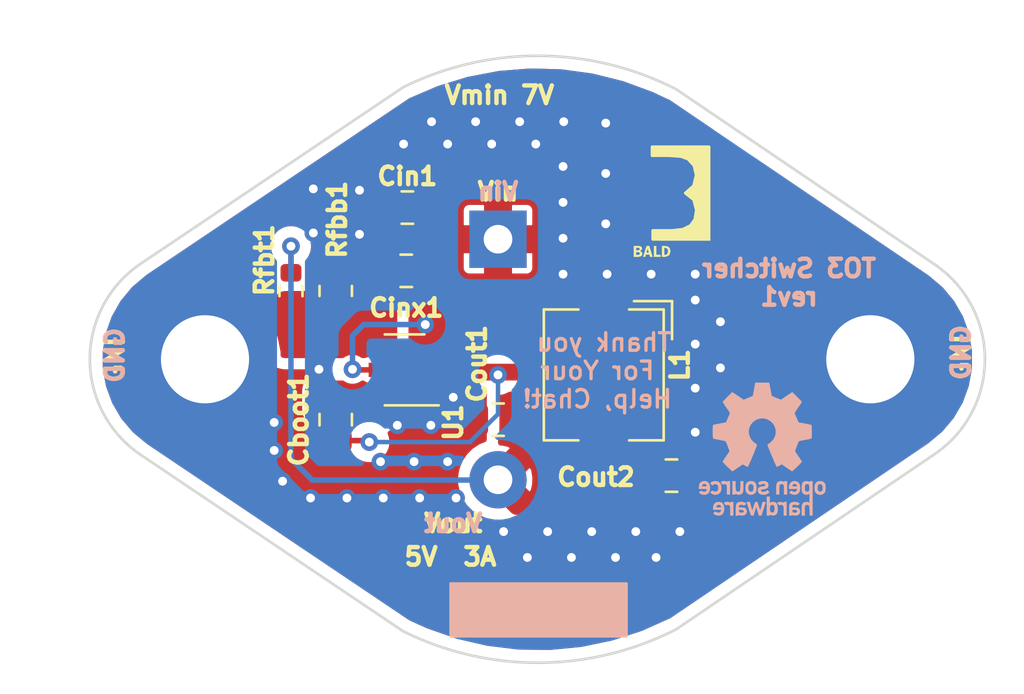
<source format=kicad_pcb>
(kicad_pcb (version 20171130) (host pcbnew "(5.1.7)-1")

  (general
    (thickness 1.6)
    (drawings 13)
    (tracks 78)
    (zones 0)
    (modules 12)
    (nets 7)
  )

  (page A4)
  (layers
    (0 F.Cu signal)
    (31 B.Cu power)
    (32 B.Adhes user)
    (33 F.Adhes user)
    (34 B.Paste user)
    (35 F.Paste user)
    (36 B.SilkS user)
    (37 F.SilkS user)
    (38 B.Mask user)
    (39 F.Mask user)
    (40 Dwgs.User user)
    (41 Cmts.User user)
    (42 Eco1.User user)
    (43 Eco2.User user)
    (44 Edge.Cuts user)
    (45 Margin user)
    (46 B.CrtYd user hide)
    (47 F.CrtYd user hide)
    (48 B.Fab user hide)
    (49 F.Fab user hide)
  )

  (setup
    (last_trace_width 0.2032)
    (trace_clearance 0.2032)
    (zone_clearance 0.508)
    (zone_45_only no)
    (trace_min 0.2032)
    (via_size 0.8)
    (via_drill 0.4)
    (via_min_size 0.4)
    (via_min_drill 0.3)
    (uvia_size 0.3)
    (uvia_drill 0.1)
    (uvias_allowed no)
    (uvia_min_size 0.2)
    (uvia_min_drill 0.1)
    (edge_width 0.05)
    (segment_width 0.2)
    (pcb_text_width 0.3)
    (pcb_text_size 1.5 1.5)
    (mod_edge_width 0.12)
    (mod_text_size 1 1)
    (mod_text_width 0.15)
    (pad_size 2.6 2.6)
    (pad_drill 1.3)
    (pad_to_mask_clearance 0)
    (solder_mask_min_width 0.01)
    (aux_axis_origin 0 0)
    (visible_elements 7FFFEFFF)
    (pcbplotparams
      (layerselection 0x010fc_ffffffff)
      (usegerberextensions false)
      (usegerberattributes true)
      (usegerberadvancedattributes true)
      (creategerberjobfile true)
      (excludeedgelayer true)
      (linewidth 0.100000)
      (plotframeref false)
      (viasonmask false)
      (mode 1)
      (useauxorigin false)
      (hpglpennumber 1)
      (hpglpenspeed 20)
      (hpglpendiameter 15.000000)
      (psnegative false)
      (psa4output false)
      (plotreference true)
      (plotvalue true)
      (plotinvisibletext false)
      (padsonsilk false)
      (subtractmaskfromsilk false)
      (outputformat 1)
      (mirror false)
      (drillshape 1)
      (scaleselection 1)
      (outputdirectory ""))
  )

  (net 0 "")
  (net 1 "Net-(Cboot1-Pad2)")
  (net 2 "Net-(Cboot1-Pad1)")
  (net 3 GND)
  (net 4 /Vin)
  (net 5 /Vout)
  (net 6 "Net-(Rfbb1-Pad2)")

  (net_class Default "This is the default net class."
    (clearance 0.2032)
    (trace_width 0.2032)
    (via_dia 0.8)
    (via_drill 0.4)
    (uvia_dia 0.3)
    (uvia_drill 0.1)
    (diff_pair_width 0.2032)
    (diff_pair_gap 0.25)
    (add_net /Vin)
    (add_net /Vout)
    (add_net GND)
    (add_net "Net-(Cboot1-Pad1)")
    (add_net "Net-(Cboot1-Pad2)")
    (add_net "Net-(Rfbb1-Pad2)")
  )

  (module Symbol:OSHW-Logo_5.7x6mm_SilkScreen (layer B.Cu) (tedit 0) (tstamp 5F91C3EE)
    (at 142.8115 101.6635 180)
    (descr "Open Source Hardware Logo")
    (tags "Logo OSHW")
    (attr virtual)
    (fp_text reference REF** (at 0 0) (layer B.SilkS) hide
      (effects (font (size 0.8 0.8) (thickness 0.2)) (justify mirror))
    )
    (fp_text value OSHW-Logo_5.7x6mm_SilkScreen (at 0.75 0) (layer B.Fab) hide
      (effects (font (size 0.8 0.8) (thickness 0.2)) (justify mirror))
    )
    (fp_poly (pts (xy -1.908759 -1.469184) (xy -1.882247 -1.482282) (xy -1.849553 -1.505106) (xy -1.825725 -1.529996)
      (xy -1.809406 -1.561249) (xy -1.79924 -1.603166) (xy -1.793872 -1.660044) (xy -1.791944 -1.736184)
      (xy -1.791831 -1.768917) (xy -1.792161 -1.840656) (xy -1.793527 -1.891927) (xy -1.7965 -1.927404)
      (xy -1.801649 -1.951763) (xy -1.809543 -1.96968) (xy -1.817757 -1.981902) (xy -1.870187 -2.033905)
      (xy -1.93193 -2.065184) (xy -1.998536 -2.074592) (xy -2.065558 -2.06098) (xy -2.086792 -2.051354)
      (xy -2.137624 -2.024859) (xy -2.137624 -2.440052) (xy -2.100525 -2.420868) (xy -2.051643 -2.406025)
      (xy -1.991561 -2.402222) (xy -1.931564 -2.409243) (xy -1.886256 -2.425013) (xy -1.848675 -2.455047)
      (xy -1.816564 -2.498024) (xy -1.81415 -2.502436) (xy -1.803967 -2.523221) (xy -1.79653 -2.54417)
      (xy -1.791411 -2.569548) (xy -1.788181 -2.603618) (xy -1.786413 -2.650641) (xy -1.785677 -2.714882)
      (xy -1.785544 -2.787176) (xy -1.785544 -3.017822) (xy -1.923861 -3.017822) (xy -1.923861 -2.592533)
      (xy -1.962549 -2.559979) (xy -2.002738 -2.53394) (xy -2.040797 -2.529205) (xy -2.079066 -2.541389)
      (xy -2.099462 -2.55332) (xy -2.114642 -2.570313) (xy -2.125438 -2.595995) (xy -2.132683 -2.633991)
      (xy -2.137208 -2.687926) (xy -2.139844 -2.761425) (xy -2.140772 -2.810347) (xy -2.143911 -3.011535)
      (xy -2.209926 -3.015336) (xy -2.27594 -3.019136) (xy -2.27594 -1.77065) (xy -2.137624 -1.77065)
      (xy -2.134097 -1.840254) (xy -2.122215 -1.888569) (xy -2.10002 -1.918631) (xy -2.065559 -1.933471)
      (xy -2.030742 -1.936436) (xy -1.991329 -1.933028) (xy -1.965171 -1.919617) (xy -1.948814 -1.901896)
      (xy -1.935937 -1.882835) (xy -1.928272 -1.861601) (xy -1.924861 -1.831849) (xy -1.924749 -1.787236)
      (xy -1.925897 -1.74988) (xy -1.928532 -1.693604) (xy -1.932456 -1.656658) (xy -1.939063 -1.633223)
      (xy -1.949749 -1.61748) (xy -1.959833 -1.60838) (xy -2.00197 -1.588537) (xy -2.05184 -1.585332)
      (xy -2.080476 -1.592168) (xy -2.108828 -1.616464) (xy -2.127609 -1.663728) (xy -2.136712 -1.733624)
      (xy -2.137624 -1.77065) (xy -2.27594 -1.77065) (xy -2.27594 -1.458614) (xy -2.206782 -1.458614)
      (xy -2.16526 -1.460256) (xy -2.143838 -1.466087) (xy -2.137626 -1.477461) (xy -2.137624 -1.477798)
      (xy -2.134742 -1.488938) (xy -2.12203 -1.487673) (xy -2.096757 -1.475433) (xy -2.037869 -1.456707)
      (xy -1.971615 -1.454739) (xy -1.908759 -1.469184)) (layer B.SilkS) (width 0.01))
    (fp_poly (pts (xy -1.38421 -2.406555) (xy -1.325055 -2.422339) (xy -1.280023 -2.450948) (xy -1.248246 -2.488419)
      (xy -1.238366 -2.504411) (xy -1.231073 -2.521163) (xy -1.225974 -2.542592) (xy -1.222679 -2.572616)
      (xy -1.220797 -2.615154) (xy -1.219937 -2.674122) (xy -1.219707 -2.75344) (xy -1.219703 -2.774484)
      (xy -1.219703 -3.017822) (xy -1.280059 -3.017822) (xy -1.318557 -3.015126) (xy -1.347023 -3.008295)
      (xy -1.354155 -3.004083) (xy -1.373652 -2.996813) (xy -1.393566 -3.004083) (xy -1.426353 -3.01316)
      (xy -1.473978 -3.016813) (xy -1.526764 -3.015228) (xy -1.575036 -3.008589) (xy -1.603218 -3.000072)
      (xy -1.657753 -2.965063) (xy -1.691835 -2.916479) (xy -1.707157 -2.851882) (xy -1.707299 -2.850223)
      (xy -1.705955 -2.821566) (xy -1.584356 -2.821566) (xy -1.573726 -2.854161) (xy -1.55641 -2.872505)
      (xy -1.521652 -2.886379) (xy -1.475773 -2.891917) (xy -1.428988 -2.889191) (xy -1.391514 -2.878274)
      (xy -1.381015 -2.871269) (xy -1.362668 -2.838904) (xy -1.35802 -2.802111) (xy -1.35802 -2.753763)
      (xy -1.427582 -2.753763) (xy -1.493667 -2.75885) (xy -1.543764 -2.773263) (xy -1.574929 -2.795729)
      (xy -1.584356 -2.821566) (xy -1.705955 -2.821566) (xy -1.703987 -2.779647) (xy -1.68071 -2.723845)
      (xy -1.636948 -2.681647) (xy -1.630899 -2.677808) (xy -1.604907 -2.665309) (xy -1.572735 -2.65774)
      (xy -1.52776 -2.654061) (xy -1.474331 -2.653216) (xy -1.35802 -2.653169) (xy -1.35802 -2.604411)
      (xy -1.362953 -2.566581) (xy -1.375543 -2.541236) (xy -1.377017 -2.539887) (xy -1.405034 -2.5288)
      (xy -1.447326 -2.524503) (xy -1.494064 -2.526615) (xy -1.535418 -2.534756) (xy -1.559957 -2.546965)
      (xy -1.573253 -2.556746) (xy -1.587294 -2.558613) (xy -1.606671 -2.5506) (xy -1.635976 -2.530739)
      (xy -1.679803 -2.497063) (xy -1.683825 -2.493909) (xy -1.681764 -2.482236) (xy -1.664568 -2.462822)
      (xy -1.638433 -2.441248) (xy -1.609552 -2.423096) (xy -1.600478 -2.418809) (xy -1.56738 -2.410256)
      (xy -1.51888 -2.404155) (xy -1.464695 -2.401708) (xy -1.462161 -2.401703) (xy -1.38421 -2.406555)) (layer B.SilkS) (width 0.01))
    (fp_poly (pts (xy -0.993356 -2.40302) (xy -0.974539 -2.40866) (xy -0.968473 -2.421053) (xy -0.968218 -2.426647)
      (xy -0.967129 -2.44223) (xy -0.959632 -2.444676) (xy -0.939381 -2.433993) (xy -0.927351 -2.426694)
      (xy -0.8894 -2.411063) (xy -0.844072 -2.403334) (xy -0.796544 -2.40274) (xy -0.751995 -2.408513)
      (xy -0.715602 -2.419884) (xy -0.692543 -2.436088) (xy -0.687996 -2.456355) (xy -0.690291 -2.461843)
      (xy -0.70702 -2.484626) (xy -0.732963 -2.512647) (xy -0.737655 -2.517177) (xy -0.762383 -2.538005)
      (xy -0.783718 -2.544735) (xy -0.813555 -2.540038) (xy -0.825508 -2.536917) (xy -0.862705 -2.529421)
      (xy -0.888859 -2.532792) (xy -0.910946 -2.544681) (xy -0.931178 -2.560635) (xy -0.946079 -2.5807)
      (xy -0.956434 -2.608702) (xy -0.963029 -2.648467) (xy -0.966649 -2.703823) (xy -0.968078 -2.778594)
      (xy -0.968218 -2.82374) (xy -0.968218 -3.017822) (xy -1.09396 -3.017822) (xy -1.09396 -2.401683)
      (xy -1.031089 -2.401683) (xy -0.993356 -2.40302)) (layer B.SilkS) (width 0.01))
    (fp_poly (pts (xy -0.201188 -3.017822) (xy -0.270346 -3.017822) (xy -0.310488 -3.016645) (xy -0.331394 -3.011772)
      (xy -0.338922 -3.001186) (xy -0.339505 -2.994029) (xy -0.340774 -2.979676) (xy -0.348779 -2.976923)
      (xy -0.369815 -2.985771) (xy -0.386173 -2.994029) (xy -0.448977 -3.013597) (xy -0.517248 -3.014729)
      (xy -0.572752 -3.000135) (xy -0.624438 -2.964877) (xy -0.663838 -2.912835) (xy -0.685413 -2.85145)
      (xy -0.685962 -2.848018) (xy -0.689167 -2.810571) (xy -0.690761 -2.756813) (xy -0.690633 -2.716155)
      (xy -0.553279 -2.716155) (xy -0.550097 -2.770194) (xy -0.542859 -2.814735) (xy -0.53306 -2.839888)
      (xy -0.495989 -2.87426) (xy -0.451974 -2.886582) (xy -0.406584 -2.876618) (xy -0.367797 -2.846895)
      (xy -0.353108 -2.826905) (xy -0.344519 -2.80305) (xy -0.340496 -2.76823) (xy -0.339505 -2.71593)
      (xy -0.341278 -2.664139) (xy -0.345963 -2.618634) (xy -0.352603 -2.588181) (xy -0.35371 -2.585452)
      (xy -0.380491 -2.553) (xy -0.419579 -2.535183) (xy -0.463315 -2.532306) (xy -0.504038 -2.544674)
      (xy -0.534087 -2.572593) (xy -0.537204 -2.578148) (xy -0.546961 -2.612022) (xy -0.552277 -2.660728)
      (xy -0.553279 -2.716155) (xy -0.690633 -2.716155) (xy -0.690568 -2.69554) (xy -0.689664 -2.662563)
      (xy -0.683514 -2.580981) (xy -0.670733 -2.51973) (xy -0.649471 -2.474449) (xy -0.617878 -2.440779)
      (xy -0.587207 -2.421014) (xy -0.544354 -2.40712) (xy -0.491056 -2.402354) (xy -0.43648 -2.406236)
      (xy -0.389792 -2.418282) (xy -0.365124 -2.432693) (xy -0.339505 -2.455878) (xy -0.339505 -2.162773)
      (xy -0.201188 -2.162773) (xy -0.201188 -3.017822)) (layer B.SilkS) (width 0.01))
    (fp_poly (pts (xy 0.281524 -2.404237) (xy 0.331255 -2.407971) (xy 0.461291 -2.797773) (xy 0.481678 -2.728614)
      (xy 0.493946 -2.685874) (xy 0.510085 -2.628115) (xy 0.527512 -2.564625) (xy 0.536726 -2.53057)
      (xy 0.571388 -2.401683) (xy 0.714391 -2.401683) (xy 0.671646 -2.536857) (xy 0.650596 -2.603342)
      (xy 0.625167 -2.683539) (xy 0.59861 -2.767193) (xy 0.574902 -2.841782) (xy 0.520902 -3.011535)
      (xy 0.462598 -3.015328) (xy 0.404295 -3.019122) (xy 0.372679 -2.914734) (xy 0.353182 -2.849889)
      (xy 0.331904 -2.7784) (xy 0.313308 -2.715263) (xy 0.312574 -2.71275) (xy 0.298684 -2.669969)
      (xy 0.286429 -2.640779) (xy 0.277846 -2.629741) (xy 0.276082 -2.631018) (xy 0.269891 -2.64813)
      (xy 0.258128 -2.684787) (xy 0.242225 -2.736378) (xy 0.223614 -2.798294) (xy 0.213543 -2.832352)
      (xy 0.159007 -3.017822) (xy 0.043264 -3.017822) (xy -0.049263 -2.725471) (xy -0.075256 -2.643462)
      (xy -0.098934 -2.568987) (xy -0.11918 -2.505544) (xy -0.134874 -2.456632) (xy -0.144898 -2.425749)
      (xy -0.147945 -2.416726) (xy -0.145533 -2.407487) (xy -0.126592 -2.403441) (xy -0.087177 -2.403846)
      (xy -0.081007 -2.404152) (xy -0.007914 -2.407971) (xy 0.039957 -2.58401) (xy 0.057553 -2.648211)
      (xy 0.073277 -2.704649) (xy 0.085746 -2.748422) (xy 0.093574 -2.77463) (xy 0.09502 -2.778903)
      (xy 0.101014 -2.77399) (xy 0.113101 -2.748532) (xy 0.129893 -2.705997) (xy 0.150003 -2.64985)
      (xy 0.167003 -2.59913) (xy 0.231794 -2.400504) (xy 0.281524 -2.404237)) (layer B.SilkS) (width 0.01))
    (fp_poly (pts (xy 1.038411 -2.405417) (xy 1.091411 -2.41829) (xy 1.106731 -2.42511) (xy 1.136428 -2.442974)
      (xy 1.15922 -2.463093) (xy 1.176083 -2.488962) (xy 1.187998 -2.524073) (xy 1.195942 -2.57192)
      (xy 1.200894 -2.635996) (xy 1.203831 -2.719794) (xy 1.204947 -2.775768) (xy 1.209052 -3.017822)
      (xy 1.138932 -3.017822) (xy 1.096393 -3.016038) (xy 1.074476 -3.009942) (xy 1.068812 -2.999706)
      (xy 1.065821 -2.988637) (xy 1.052451 -2.990754) (xy 1.034233 -2.999629) (xy 0.988624 -3.013233)
      (xy 0.930007 -3.016899) (xy 0.868354 -3.010903) (xy 0.813638 -2.995521) (xy 0.80873 -2.993386)
      (xy 0.758723 -2.958255) (xy 0.725756 -2.909419) (xy 0.710587 -2.852333) (xy 0.711746 -2.831824)
      (xy 0.835508 -2.831824) (xy 0.846413 -2.859425) (xy 0.878745 -2.879204) (xy 0.93091 -2.889819)
      (xy 0.958787 -2.891228) (xy 1.005247 -2.88762) (xy 1.036129 -2.873597) (xy 1.043664 -2.866931)
      (xy 1.064076 -2.830666) (xy 1.068812 -2.797773) (xy 1.068812 -2.753763) (xy 1.007513 -2.753763)
      (xy 0.936256 -2.757395) (xy 0.886276 -2.768818) (xy 0.854696 -2.788824) (xy 0.847626 -2.797743)
      (xy 0.835508 -2.831824) (xy 0.711746 -2.831824) (xy 0.713971 -2.792456) (xy 0.736663 -2.735244)
      (xy 0.767624 -2.69658) (xy 0.786376 -2.679864) (xy 0.804733 -2.668878) (xy 0.828619 -2.66218)
      (xy 0.863957 -2.658326) (xy 0.916669 -2.655873) (xy 0.937577 -2.655168) (xy 1.068812 -2.650879)
      (xy 1.06862 -2.611158) (xy 1.063537 -2.569405) (xy 1.045162 -2.544158) (xy 1.008039 -2.52803)
      (xy 1.007043 -2.527742) (xy 0.95441 -2.5214) (xy 0.902906 -2.529684) (xy 0.86463 -2.549827)
      (xy 0.849272 -2.559773) (xy 0.83273 -2.558397) (xy 0.807275 -2.543987) (xy 0.792328 -2.533817)
      (xy 0.763091 -2.512088) (xy 0.74498 -2.4958) (xy 0.742074 -2.491137) (xy 0.75404 -2.467005)
      (xy 0.789396 -2.438185) (xy 0.804753 -2.428461) (xy 0.848901 -2.411714) (xy 0.908398 -2.402227)
      (xy 0.974487 -2.400095) (xy 1.038411 -2.405417)) (layer B.SilkS) (width 0.01))
    (fp_poly (pts (xy 1.635255 -2.401486) (xy 1.683595 -2.411015) (xy 1.711114 -2.425125) (xy 1.740064 -2.448568)
      (xy 1.698876 -2.500571) (xy 1.673482 -2.532064) (xy 1.656238 -2.547428) (xy 1.639102 -2.549776)
      (xy 1.614027 -2.542217) (xy 1.602257 -2.537941) (xy 1.55427 -2.531631) (xy 1.510324 -2.545156)
      (xy 1.47806 -2.57571) (xy 1.472819 -2.585452) (xy 1.467112 -2.611258) (xy 1.462706 -2.658817)
      (xy 1.459811 -2.724758) (xy 1.458631 -2.80571) (xy 1.458614 -2.817226) (xy 1.458614 -3.017822)
      (xy 1.320297 -3.017822) (xy 1.320297 -2.401683) (xy 1.389456 -2.401683) (xy 1.429333 -2.402725)
      (xy 1.450107 -2.407358) (xy 1.457789 -2.417849) (xy 1.458614 -2.427745) (xy 1.458614 -2.453806)
      (xy 1.491745 -2.427745) (xy 1.529735 -2.409965) (xy 1.58077 -2.401174) (xy 1.635255 -2.401486)) (layer B.SilkS) (width 0.01))
    (fp_poly (pts (xy 2.032581 -2.40497) (xy 2.092685 -2.420597) (xy 2.143021 -2.452848) (xy 2.167393 -2.47694)
      (xy 2.207345 -2.533895) (xy 2.230242 -2.599965) (xy 2.238108 -2.681182) (xy 2.238148 -2.687748)
      (xy 2.238218 -2.753763) (xy 1.858264 -2.753763) (xy 1.866363 -2.788342) (xy 1.880987 -2.819659)
      (xy 1.906581 -2.852291) (xy 1.911935 -2.8575) (xy 1.957943 -2.885694) (xy 2.01041 -2.890475)
      (xy 2.070803 -2.871926) (xy 2.08104 -2.866931) (xy 2.112439 -2.851745) (xy 2.13347 -2.843094)
      (xy 2.137139 -2.842293) (xy 2.149948 -2.850063) (xy 2.174378 -2.869072) (xy 2.186779 -2.87946)
      (xy 2.212476 -2.903321) (xy 2.220915 -2.919077) (xy 2.215058 -2.933571) (xy 2.211928 -2.937534)
      (xy 2.190725 -2.954879) (xy 2.155738 -2.975959) (xy 2.131337 -2.988265) (xy 2.062072 -3.009946)
      (xy 1.985388 -3.016971) (xy 1.912765 -3.008647) (xy 1.892426 -3.002686) (xy 1.829476 -2.968952)
      (xy 1.782815 -2.917045) (xy 1.752173 -2.846459) (xy 1.737282 -2.756692) (xy 1.735647 -2.709753)
      (xy 1.740421 -2.641413) (xy 1.86099 -2.641413) (xy 1.872652 -2.646465) (xy 1.903998 -2.650429)
      (xy 1.949571 -2.652768) (xy 1.980446 -2.653169) (xy 2.035981 -2.652783) (xy 2.071033 -2.650975)
      (xy 2.090262 -2.646773) (xy 2.09833 -2.639203) (xy 2.099901 -2.628218) (xy 2.089121 -2.594381)
      (xy 2.06198 -2.56094) (xy 2.026277 -2.535272) (xy 1.99056 -2.524772) (xy 1.942048 -2.534086)
      (xy 1.900053 -2.561013) (xy 1.870936 -2.599827) (xy 1.86099 -2.641413) (xy 1.740421 -2.641413)
      (xy 1.742599 -2.610236) (xy 1.764055 -2.530949) (xy 1.80047 -2.471263) (xy 1.852297 -2.430549)
      (xy 1.91999 -2.408179) (xy 1.956662 -2.403871) (xy 2.032581 -2.40497)) (layer B.SilkS) (width 0.01))
    (fp_poly (pts (xy -2.538261 -1.465148) (xy -2.472479 -1.494231) (xy -2.42254 -1.542793) (xy -2.388374 -1.610908)
      (xy -2.369907 -1.698651) (xy -2.368583 -1.712351) (xy -2.367546 -1.808939) (xy -2.380993 -1.893602)
      (xy -2.408108 -1.962221) (xy -2.422627 -1.984294) (xy -2.473201 -2.031011) (xy -2.537609 -2.061268)
      (xy -2.609666 -2.073824) (xy -2.683185 -2.067439) (xy -2.739072 -2.047772) (xy -2.787132 -2.014629)
      (xy -2.826412 -1.971175) (xy -2.827092 -1.970158) (xy -2.843044 -1.943338) (xy -2.85341 -1.916368)
      (xy -2.859688 -1.882332) (xy -2.863373 -1.83431) (xy -2.864997 -1.794931) (xy -2.865672 -1.759219)
      (xy -2.739955 -1.759219) (xy -2.738726 -1.79477) (xy -2.734266 -1.842094) (xy -2.726397 -1.872465)
      (xy -2.712207 -1.894072) (xy -2.698917 -1.906694) (xy -2.651802 -1.933122) (xy -2.602505 -1.936653)
      (xy -2.556593 -1.917639) (xy -2.533638 -1.896331) (xy -2.517096 -1.874859) (xy -2.507421 -1.854313)
      (xy -2.503174 -1.827574) (xy -2.50292 -1.787523) (xy -2.504228 -1.750638) (xy -2.507043 -1.697947)
      (xy -2.511505 -1.663772) (xy -2.519548 -1.64148) (xy -2.533103 -1.624442) (xy -2.543845 -1.614703)
      (xy -2.588777 -1.589123) (xy -2.637249 -1.587847) (xy -2.677894 -1.602999) (xy -2.712567 -1.634642)
      (xy -2.733224 -1.68662) (xy -2.739955 -1.759219) (xy -2.865672 -1.759219) (xy -2.866479 -1.716621)
      (xy -2.863948 -1.658056) (xy -2.856362 -1.614007) (xy -2.842681 -1.579248) (xy -2.821865 -1.548551)
      (xy -2.814147 -1.539436) (xy -2.765889 -1.494021) (xy -2.714128 -1.467493) (xy -2.650828 -1.456379)
      (xy -2.619961 -1.455471) (xy -2.538261 -1.465148)) (layer B.SilkS) (width 0.01))
    (fp_poly (pts (xy -1.356699 -1.472614) (xy -1.344168 -1.478514) (xy -1.300799 -1.510283) (xy -1.25979 -1.556646)
      (xy -1.229168 -1.607696) (xy -1.220459 -1.631166) (xy -1.212512 -1.673091) (xy -1.207774 -1.723757)
      (xy -1.207199 -1.744679) (xy -1.207129 -1.810693) (xy -1.587083 -1.810693) (xy -1.578983 -1.845273)
      (xy -1.559104 -1.88617) (xy -1.524347 -1.921514) (xy -1.482998 -1.944282) (xy -1.456649 -1.94901)
      (xy -1.420916 -1.943273) (xy -1.378282 -1.928882) (xy -1.363799 -1.922262) (xy -1.31024 -1.895513)
      (xy -1.264533 -1.930376) (xy -1.238158 -1.953955) (xy -1.224124 -1.973417) (xy -1.223414 -1.979129)
      (xy -1.235951 -1.992973) (xy -1.263428 -2.014012) (xy -1.288366 -2.030425) (xy -1.355664 -2.05993)
      (xy -1.43111 -2.073284) (xy -1.505888 -2.069812) (xy -1.565495 -2.051663) (xy -1.626941 -2.012784)
      (xy -1.670608 -1.961595) (xy -1.697926 -1.895367) (xy -1.710322 -1.811371) (xy -1.711421 -1.772936)
      (xy -1.707022 -1.684861) (xy -1.706482 -1.682299) (xy -1.580582 -1.682299) (xy -1.577115 -1.690558)
      (xy -1.562863 -1.695113) (xy -1.53347 -1.697065) (xy -1.484575 -1.697517) (xy -1.465748 -1.697525)
      (xy -1.408467 -1.696843) (xy -1.372141 -1.694364) (xy -1.352604 -1.689443) (xy -1.34569 -1.681434)
      (xy -1.345445 -1.678862) (xy -1.353336 -1.658423) (xy -1.373085 -1.629789) (xy -1.381575 -1.619763)
      (xy -1.413094 -1.591408) (xy -1.445949 -1.580259) (xy -1.463651 -1.579327) (xy -1.511539 -1.590981)
      (xy -1.551699 -1.622285) (xy -1.577173 -1.667752) (xy -1.577625 -1.669233) (xy -1.580582 -1.682299)
      (xy -1.706482 -1.682299) (xy -1.692392 -1.61551) (xy -1.666038 -1.560025) (xy -1.633807 -1.520639)
      (xy -1.574217 -1.477931) (xy -1.504168 -1.455109) (xy -1.429661 -1.453046) (xy -1.356699 -1.472614)) (layer B.SilkS) (width 0.01))
    (fp_poly (pts (xy 0.014017 -1.456452) (xy 0.061634 -1.465482) (xy 0.111034 -1.48437) (xy 0.116312 -1.486777)
      (xy 0.153774 -1.506476) (xy 0.179717 -1.524781) (xy 0.188103 -1.536508) (xy 0.180117 -1.555632)
      (xy 0.16072 -1.58385) (xy 0.15211 -1.594384) (xy 0.116628 -1.635847) (xy 0.070885 -1.608858)
      (xy 0.02735 -1.590878) (xy -0.02295 -1.581267) (xy -0.071188 -1.58066) (xy -0.108533 -1.589691)
      (xy -0.117495 -1.595327) (xy -0.134563 -1.621171) (xy -0.136637 -1.650941) (xy -0.123866 -1.674197)
      (xy -0.116312 -1.678708) (xy -0.093675 -1.684309) (xy -0.053885 -1.690892) (xy -0.004834 -1.697183)
      (xy 0.004215 -1.69817) (xy 0.082996 -1.711798) (xy 0.140136 -1.734946) (xy 0.17803 -1.769752)
      (xy 0.199079 -1.818354) (xy 0.205635 -1.877718) (xy 0.196577 -1.945198) (xy 0.167164 -1.998188)
      (xy 0.117278 -2.036783) (xy 0.0468 -2.061081) (xy -0.031435 -2.070667) (xy -0.095234 -2.070552)
      (xy -0.146984 -2.061845) (xy -0.182327 -2.049825) (xy -0.226983 -2.02888) (xy -0.268253 -2.004574)
      (xy -0.282921 -1.993876) (xy -0.320643 -1.963084) (xy -0.275148 -1.917049) (xy -0.229653 -1.871013)
      (xy -0.177928 -1.905243) (xy -0.126048 -1.930952) (xy -0.070649 -1.944399) (xy -0.017395 -1.945818)
      (xy 0.028049 -1.935443) (xy 0.060016 -1.913507) (xy 0.070338 -1.894998) (xy 0.068789 -1.865314)
      (xy 0.04314 -1.842615) (xy -0.00654 -1.82694) (xy -0.060969 -1.819695) (xy -0.144736 -1.805873)
      (xy -0.206967 -1.779796) (xy -0.248493 -1.740699) (xy -0.270147 -1.68782) (xy -0.273147 -1.625126)
      (xy -0.258329 -1.559642) (xy -0.224546 -1.510144) (xy -0.171495 -1.476408) (xy -0.098874 -1.458207)
      (xy -0.045072 -1.454639) (xy 0.014017 -1.456452)) (layer B.SilkS) (width 0.01))
    (fp_poly (pts (xy 0.610762 -1.466055) (xy 0.674363 -1.500692) (xy 0.724123 -1.555372) (xy 0.747568 -1.599842)
      (xy 0.757634 -1.639121) (xy 0.764156 -1.695116) (xy 0.766951 -1.759621) (xy 0.765836 -1.824429)
      (xy 0.760626 -1.881334) (xy 0.754541 -1.911727) (xy 0.734014 -1.953306) (xy 0.698463 -1.997468)
      (xy 0.655619 -2.036087) (xy 0.613211 -2.061034) (xy 0.612177 -2.06143) (xy 0.559553 -2.072331)
      (xy 0.497188 -2.072601) (xy 0.437924 -2.062676) (xy 0.41504 -2.054722) (xy 0.356102 -2.0213)
      (xy 0.31389 -1.977511) (xy 0.286156 -1.919538) (xy 0.270651 -1.843565) (xy 0.267143 -1.803771)
      (xy 0.26759 -1.753766) (xy 0.402376 -1.753766) (xy 0.406917 -1.826732) (xy 0.419986 -1.882334)
      (xy 0.440756 -1.917861) (xy 0.455552 -1.92802) (xy 0.493464 -1.935104) (xy 0.538527 -1.933007)
      (xy 0.577487 -1.922812) (xy 0.587704 -1.917204) (xy 0.614659 -1.884538) (xy 0.632451 -1.834545)
      (xy 0.640024 -1.773705) (xy 0.636325 -1.708497) (xy 0.628057 -1.669253) (xy 0.60432 -1.623805)
      (xy 0.566849 -1.595396) (xy 0.52172 -1.585573) (xy 0.475011 -1.595887) (xy 0.439132 -1.621112)
      (xy 0.420277 -1.641925) (xy 0.409272 -1.662439) (xy 0.404026 -1.690203) (xy 0.402449 -1.732762)
      (xy 0.402376 -1.753766) (xy 0.26759 -1.753766) (xy 0.268094 -1.69758) (xy 0.285388 -1.610501)
      (xy 0.319029 -1.54253) (xy 0.369018 -1.493664) (xy 0.435356 -1.463899) (xy 0.449601 -1.460448)
      (xy 0.53521 -1.452345) (xy 0.610762 -1.466055)) (layer B.SilkS) (width 0.01))
    (fp_poly (pts (xy 0.993367 -1.654342) (xy 0.994555 -1.746563) (xy 0.998897 -1.81661) (xy 1.007558 -1.867381)
      (xy 1.021704 -1.901772) (xy 1.0425 -1.922679) (xy 1.07111 -1.933) (xy 1.106535 -1.935636)
      (xy 1.143636 -1.932682) (xy 1.171818 -1.921889) (xy 1.192243 -1.90036) (xy 1.206079 -1.865199)
      (xy 1.214491 -1.81351) (xy 1.218643 -1.742394) (xy 1.219703 -1.654342) (xy 1.219703 -1.458614)
      (xy 1.35802 -1.458614) (xy 1.35802 -2.062179) (xy 1.288862 -2.062179) (xy 1.24717 -2.060489)
      (xy 1.225701 -2.054556) (xy 1.219703 -2.043293) (xy 1.216091 -2.033261) (xy 1.201714 -2.035383)
      (xy 1.172736 -2.04958) (xy 1.106319 -2.07148) (xy 1.035875 -2.069928) (xy 0.968377 -2.046147)
      (xy 0.936233 -2.027362) (xy 0.911715 -2.007022) (xy 0.893804 -1.981573) (xy 0.881479 -1.947458)
      (xy 0.873723 -1.901121) (xy 0.869516 -1.839007) (xy 0.86784 -1.757561) (xy 0.867624 -1.694578)
      (xy 0.867624 -1.458614) (xy 0.993367 -1.458614) (xy 0.993367 -1.654342)) (layer B.SilkS) (width 0.01))
    (fp_poly (pts (xy 2.217226 -1.46388) (xy 2.29008 -1.49483) (xy 2.313027 -1.509895) (xy 2.342354 -1.533048)
      (xy 2.360764 -1.551253) (xy 2.363961 -1.557183) (xy 2.354935 -1.57034) (xy 2.331837 -1.592667)
      (xy 2.313344 -1.60825) (xy 2.262728 -1.648926) (xy 2.22276 -1.615295) (xy 2.191874 -1.593584)
      (xy 2.161759 -1.58609) (xy 2.127292 -1.58792) (xy 2.072561 -1.601528) (xy 2.034886 -1.629772)
      (xy 2.011991 -1.675433) (xy 2.001597 -1.741289) (xy 2.001595 -1.741331) (xy 2.002494 -1.814939)
      (xy 2.016463 -1.868946) (xy 2.044328 -1.905716) (xy 2.063325 -1.918168) (xy 2.113776 -1.933673)
      (xy 2.167663 -1.933683) (xy 2.214546 -1.918638) (xy 2.225644 -1.911287) (xy 2.253476 -1.892511)
      (xy 2.275236 -1.889434) (xy 2.298704 -1.903409) (xy 2.324649 -1.92851) (xy 2.365716 -1.97088)
      (xy 2.320121 -2.008464) (xy 2.249674 -2.050882) (xy 2.170233 -2.071785) (xy 2.087215 -2.070272)
      (xy 2.032694 -2.056411) (xy 1.96897 -2.022135) (xy 1.918005 -1.968212) (xy 1.894851 -1.930149)
      (xy 1.876099 -1.875536) (xy 1.866715 -1.806369) (xy 1.866643 -1.731407) (xy 1.875824 -1.659409)
      (xy 1.894199 -1.599137) (xy 1.897093 -1.592958) (xy 1.939952 -1.532351) (xy 1.997979 -1.488224)
      (xy 2.066591 -1.461493) (xy 2.141201 -1.453073) (xy 2.217226 -1.46388)) (layer B.SilkS) (width 0.01))
    (fp_poly (pts (xy 2.677898 -1.456457) (xy 2.710096 -1.464279) (xy 2.771825 -1.492921) (xy 2.82461 -1.536667)
      (xy 2.861141 -1.589117) (xy 2.86616 -1.600893) (xy 2.873045 -1.63174) (xy 2.877864 -1.677371)
      (xy 2.879505 -1.723492) (xy 2.879505 -1.810693) (xy 2.697178 -1.810693) (xy 2.621979 -1.810978)
      (xy 2.569003 -1.812704) (xy 2.535325 -1.817181) (xy 2.51802 -1.82572) (xy 2.514163 -1.83963)
      (xy 2.520829 -1.860222) (xy 2.53277 -1.884315) (xy 2.56608 -1.924525) (xy 2.612368 -1.944558)
      (xy 2.668944 -1.943905) (xy 2.733031 -1.922101) (xy 2.788417 -1.895193) (xy 2.834375 -1.931532)
      (xy 2.880333 -1.967872) (xy 2.837096 -2.007819) (xy 2.779374 -2.045563) (xy 2.708386 -2.06832)
      (xy 2.632029 -2.074688) (xy 2.558199 -2.063268) (xy 2.546287 -2.059393) (xy 2.481399 -2.025506)
      (xy 2.43313 -1.974986) (xy 2.400465 -1.906325) (xy 2.382385 -1.818014) (xy 2.382175 -1.816121)
      (xy 2.380556 -1.719878) (xy 2.3871 -1.685542) (xy 2.514852 -1.685542) (xy 2.526584 -1.690822)
      (xy 2.558438 -1.694867) (xy 2.605397 -1.697176) (xy 2.635154 -1.697525) (xy 2.690648 -1.697306)
      (xy 2.725346 -1.695916) (xy 2.743601 -1.692251) (xy 2.749766 -1.68521) (xy 2.748195 -1.67369)
      (xy 2.746878 -1.669233) (xy 2.724382 -1.627355) (xy 2.689003 -1.593604) (xy 2.65778 -1.578773)
      (xy 2.616301 -1.579668) (xy 2.574269 -1.598164) (xy 2.539012 -1.628786) (xy 2.517854 -1.666062)
      (xy 2.514852 -1.685542) (xy 2.3871 -1.685542) (xy 2.39669 -1.635229) (xy 2.428698 -1.564191)
      (xy 2.474701 -1.508779) (xy 2.532821 -1.471009) (xy 2.60118 -1.452896) (xy 2.677898 -1.456457)) (layer B.SilkS) (width 0.01))
    (fp_poly (pts (xy -0.754012 -1.469002) (xy -0.722717 -1.48395) (xy -0.692409 -1.505541) (xy -0.669318 -1.530391)
      (xy -0.6525 -1.562087) (xy -0.641006 -1.604214) (xy -0.633891 -1.660358) (xy -0.630207 -1.734106)
      (xy -0.629008 -1.829044) (xy -0.628989 -1.838985) (xy -0.628713 -2.062179) (xy -0.76703 -2.062179)
      (xy -0.76703 -1.856418) (xy -0.767128 -1.780189) (xy -0.767809 -1.724939) (xy -0.769651 -1.686501)
      (xy -0.773233 -1.660706) (xy -0.779132 -1.643384) (xy -0.787927 -1.630368) (xy -0.80018 -1.617507)
      (xy -0.843047 -1.589873) (xy -0.889843 -1.584745) (xy -0.934424 -1.602217) (xy -0.949928 -1.615221)
      (xy -0.96131 -1.627447) (xy -0.969481 -1.64054) (xy -0.974974 -1.658615) (xy -0.97832 -1.685787)
      (xy -0.980051 -1.72617) (xy -0.980697 -1.783879) (xy -0.980792 -1.854132) (xy -0.980792 -2.062179)
      (xy -1.119109 -2.062179) (xy -1.119109 -1.458614) (xy -1.04995 -1.458614) (xy -1.008428 -1.460256)
      (xy -0.987006 -1.466087) (xy -0.980795 -1.477461) (xy -0.980792 -1.477798) (xy -0.97791 -1.488938)
      (xy -0.965199 -1.487674) (xy -0.939926 -1.475434) (xy -0.882605 -1.457424) (xy -0.817037 -1.455421)
      (xy -0.754012 -1.469002)) (layer B.SilkS) (width 0.01))
    (fp_poly (pts (xy 1.79946 -1.45803) (xy 1.842711 -1.471245) (xy 1.870558 -1.487941) (xy 1.879629 -1.501145)
      (xy 1.877132 -1.516797) (xy 1.860931 -1.541385) (xy 1.847232 -1.5588) (xy 1.818992 -1.590283)
      (xy 1.797775 -1.603529) (xy 1.779688 -1.602664) (xy 1.726035 -1.58901) (xy 1.68663 -1.58963)
      (xy 1.654632 -1.605104) (xy 1.64389 -1.614161) (xy 1.609505 -1.646027) (xy 1.609505 -2.062179)
      (xy 1.471188 -2.062179) (xy 1.471188 -1.458614) (xy 1.540347 -1.458614) (xy 1.581869 -1.460256)
      (xy 1.603291 -1.466087) (xy 1.609502 -1.477461) (xy 1.609505 -1.477798) (xy 1.612439 -1.489713)
      (xy 1.625704 -1.488159) (xy 1.644084 -1.479563) (xy 1.682046 -1.463568) (xy 1.712872 -1.453945)
      (xy 1.752536 -1.451478) (xy 1.79946 -1.45803)) (layer B.SilkS) (width 0.01))
    (fp_poly (pts (xy 0.376964 2.709982) (xy 0.433812 2.40843) (xy 0.853338 2.235488) (xy 1.104984 2.406605)
      (xy 1.175458 2.45425) (xy 1.239163 2.49679) (xy 1.293126 2.532285) (xy 1.334373 2.55879)
      (xy 1.359934 2.574364) (xy 1.366895 2.577722) (xy 1.379435 2.569086) (xy 1.406231 2.545208)
      (xy 1.44428 2.509141) (xy 1.490579 2.463933) (xy 1.542123 2.412636) (xy 1.595909 2.358299)
      (xy 1.648935 2.303972) (xy 1.698195 2.252705) (xy 1.740687 2.207549) (xy 1.773407 2.171554)
      (xy 1.793351 2.14777) (xy 1.798119 2.13981) (xy 1.791257 2.125135) (xy 1.77202 2.092986)
      (xy 1.74243 2.046508) (xy 1.70451 1.988844) (xy 1.660282 1.92314) (xy 1.634654 1.885664)
      (xy 1.587941 1.817232) (xy 1.546432 1.75548) (xy 1.51214 1.703481) (xy 1.48708 1.664308)
      (xy 1.473264 1.641035) (xy 1.471188 1.636145) (xy 1.475895 1.622245) (xy 1.488723 1.58985)
      (xy 1.507738 1.543515) (xy 1.531003 1.487794) (xy 1.556584 1.427242) (xy 1.582545 1.366414)
      (xy 1.60695 1.309864) (xy 1.627863 1.262148) (xy 1.643349 1.227819) (xy 1.651472 1.211432)
      (xy 1.651952 1.210788) (xy 1.664707 1.207659) (xy 1.698677 1.200679) (xy 1.75034 1.190533)
      (xy 1.816176 1.177908) (xy 1.892664 1.163491) (xy 1.93729 1.155177) (xy 2.019021 1.139616)
      (xy 2.092843 1.124808) (xy 2.155021 1.111564) (xy 2.201822 1.100695) (xy 2.229509 1.093011)
      (xy 2.235074 1.090573) (xy 2.240526 1.07407) (xy 2.244924 1.0368) (xy 2.248272 0.98312)
      (xy 2.250574 0.917388) (xy 2.251832 0.843963) (xy 2.252048 0.767204) (xy 2.251227 0.691468)
      (xy 2.249371 0.621114) (xy 2.246482 0.5605) (xy 2.242565 0.513984) (xy 2.237622 0.485925)
      (xy 2.234657 0.480084) (xy 2.216934 0.473083) (xy 2.179381 0.463073) (xy 2.126964 0.451231)
      (xy 2.064652 0.438733) (xy 2.0429 0.43469) (xy 1.938024 0.41548) (xy 1.85518 0.400009)
      (xy 1.79163 0.387663) (xy 1.744637 0.377827) (xy 1.711463 0.369886) (xy 1.689371 0.363224)
      (xy 1.675624 0.357227) (xy 1.667484 0.351281) (xy 1.666345 0.350106) (xy 1.654977 0.331174)
      (xy 1.637635 0.294331) (xy 1.61605 0.244087) (xy 1.591954 0.184954) (xy 1.567079 0.121444)
      (xy 1.543157 0.058068) (xy 1.521919 -0.000662) (xy 1.505097 -0.050235) (xy 1.494422 -0.086139)
      (xy 1.491627 -0.103862) (xy 1.49186 -0.104483) (xy 1.501331 -0.11897) (xy 1.522818 -0.150844)
      (xy 1.554063 -0.196789) (xy 1.592807 -0.253485) (xy 1.636793 -0.317617) (xy 1.649319 -0.335842)
      (xy 1.693984 -0.401914) (xy 1.733288 -0.4622) (xy 1.765088 -0.513235) (xy 1.787245 -0.55156)
      (xy 1.797617 -0.573711) (xy 1.798119 -0.576432) (xy 1.789405 -0.590736) (xy 1.765325 -0.619072)
      (xy 1.728976 -0.658396) (xy 1.683453 -0.705661) (xy 1.631852 -0.757823) (xy 1.577267 -0.811835)
      (xy 1.522794 -0.864653) (xy 1.471529 -0.913231) (xy 1.426567 -0.954523) (xy 1.391004 -0.985485)
      (xy 1.367935 -1.00307) (xy 1.361554 -1.005941) (xy 1.346699 -0.999178) (xy 1.316286 -0.980939)
      (xy 1.275268 -0.954297) (xy 1.243709 -0.932852) (xy 1.186525 -0.893503) (xy 1.118806 -0.847171)
      (xy 1.05088 -0.800913) (xy 1.014361 -0.776155) (xy 0.890752 -0.692547) (xy 0.786991 -0.74865)
      (xy 0.73972 -0.773228) (xy 0.699523 -0.792331) (xy 0.672326 -0.803227) (xy 0.665402 -0.804743)
      (xy 0.657077 -0.793549) (xy 0.640654 -0.761917) (xy 0.617357 -0.712765) (xy 0.588414 -0.64901)
      (xy 0.55505 -0.573571) (xy 0.518491 -0.489364) (xy 0.479964 -0.399308) (xy 0.440694 -0.306321)
      (xy 0.401908 -0.21332) (xy 0.36483 -0.123223) (xy 0.330689 -0.038948) (xy 0.300708 0.036587)
      (xy 0.276116 0.100466) (xy 0.258136 0.149769) (xy 0.247997 0.181579) (xy 0.246366 0.192504)
      (xy 0.259291 0.206439) (xy 0.287589 0.22906) (xy 0.325346 0.255667) (xy 0.328515 0.257772)
      (xy 0.4261 0.335886) (xy 0.504786 0.427018) (xy 0.563891 0.528255) (xy 0.602732 0.636682)
      (xy 0.620628 0.749386) (xy 0.616897 0.863452) (xy 0.590857 0.975966) (xy 0.541825 1.084015)
      (xy 0.5274 1.107655) (xy 0.452369 1.203113) (xy 0.36373 1.279768) (xy 0.264549 1.33722)
      (xy 0.157895 1.375071) (xy 0.046836 1.392922) (xy -0.065561 1.390375) (xy -0.176227 1.36703)
      (xy -0.282094 1.32249) (xy -0.380095 1.256355) (xy -0.41041 1.229513) (xy -0.487562 1.145488)
      (xy -0.543782 1.057034) (xy -0.582347 0.957885) (xy -0.603826 0.859697) (xy -0.609128 0.749303)
      (xy -0.591448 0.63836) (xy -0.552581 0.530619) (xy -0.494323 0.429831) (xy -0.418469 0.339744)
      (xy -0.326817 0.264108) (xy -0.314772 0.256136) (xy -0.276611 0.230026) (xy -0.247601 0.207405)
      (xy -0.233732 0.192961) (xy -0.233531 0.192504) (xy -0.236508 0.176879) (xy -0.248311 0.141418)
      (xy -0.267714 0.089038) (xy -0.293488 0.022655) (xy -0.324409 -0.054814) (xy -0.359249 -0.14045)
      (xy -0.396783 -0.231337) (xy -0.435783 -0.324559) (xy -0.475023 -0.417197) (xy -0.513276 -0.506335)
      (xy -0.549317 -0.589055) (xy -0.581917 -0.662441) (xy -0.609852 -0.723575) (xy -0.631895 -0.769541)
      (xy -0.646818 -0.797421) (xy -0.652828 -0.804743) (xy -0.671191 -0.799041) (xy -0.705552 -0.783749)
      (xy -0.749984 -0.761599) (xy -0.774417 -0.74865) (xy -0.878178 -0.692547) (xy -1.001787 -0.776155)
      (xy -1.064886 -0.818987) (xy -1.13397 -0.866122) (xy -1.198707 -0.910503) (xy -1.231134 -0.932852)
      (xy -1.276741 -0.963477) (xy -1.31536 -0.987747) (xy -1.341952 -1.002587) (xy -1.35059 -1.005724)
      (xy -1.363161 -0.997261) (xy -1.390984 -0.973636) (xy -1.431361 -0.937302) (xy -1.481595 -0.890711)
      (xy -1.538988 -0.836317) (xy -1.575286 -0.801392) (xy -1.63879 -0.738996) (xy -1.693673 -0.683188)
      (xy -1.737714 -0.636354) (xy -1.768695 -0.600882) (xy -1.784398 -0.579161) (xy -1.785905 -0.574752)
      (xy -1.778914 -0.557985) (xy -1.759594 -0.524082) (xy -1.730091 -0.476476) (xy -1.692545 -0.418599)
      (xy -1.6491 -0.353884) (xy -1.636745 -0.335842) (xy -1.591727 -0.270267) (xy -1.55134 -0.211228)
      (xy -1.51784 -0.162042) (xy -1.493486 -0.126028) (xy -1.480536 -0.106502) (xy -1.479285 -0.104483)
      (xy -1.481156 -0.088922) (xy -1.491087 -0.054709) (xy -1.507347 -0.006355) (xy -1.528205 0.051629)
      (xy -1.551927 0.11473) (xy -1.576784 0.178437) (xy -1.601042 0.238239) (xy -1.622971 0.289624)
      (xy -1.640838 0.328081) (xy -1.652913 0.349098) (xy -1.653771 0.350106) (xy -1.661154 0.356112)
      (xy -1.673625 0.362052) (xy -1.69392 0.36854) (xy -1.724778 0.376191) (xy -1.768934 0.38562)
      (xy -1.829126 0.397441) (xy -1.908093 0.412271) (xy -2.00857 0.430723) (xy -2.030325 0.43469)
      (xy -2.094802 0.447147) (xy -2.151011 0.459334) (xy -2.193987 0.470074) (xy -2.21876 0.478191)
      (xy -2.222082 0.480084) (xy -2.227556 0.496862) (xy -2.232006 0.534355) (xy -2.235428 0.588206)
      (xy -2.237819 0.654056) (xy -2.239177 0.727547) (xy -2.239499 0.80432) (xy -2.238781 0.880017)
      (xy -2.237021 0.95028) (xy -2.234216 1.01075) (xy -2.230362 1.05707) (xy -2.225457 1.084881)
      (xy -2.2225 1.090573) (xy -2.206037 1.096314) (xy -2.168551 1.105655) (xy -2.113775 1.117785)
      (xy -2.045445 1.131893) (xy -1.967294 1.14717) (xy -1.924716 1.155177) (xy -1.843929 1.170279)
      (xy -1.771887 1.18396) (xy -1.712111 1.195533) (xy -1.668121 1.204313) (xy -1.643439 1.209613)
      (xy -1.639377 1.210788) (xy -1.632511 1.224035) (xy -1.617998 1.255943) (xy -1.597771 1.301953)
      (xy -1.573766 1.357508) (xy -1.547918 1.418047) (xy -1.52216 1.479014) (xy -1.498427 1.535849)
      (xy -1.478654 1.583994) (xy -1.464776 1.61889) (xy -1.458726 1.635979) (xy -1.458614 1.636726)
      (xy -1.465472 1.650207) (xy -1.484698 1.68123) (xy -1.514272 1.726711) (xy -1.552173 1.783568)
      (xy -1.59638 1.848717) (xy -1.622079 1.886138) (xy -1.668907 1.954753) (xy -1.710499 2.017048)
      (xy -1.744825 2.069871) (xy -1.769857 2.110073) (xy -1.783565 2.1345) (xy -1.785544 2.139976)
      (xy -1.777034 2.152722) (xy -1.753507 2.179937) (xy -1.717968 2.218572) (xy -1.673423 2.265577)
      (xy -1.622877 2.317905) (xy -1.569336 2.372505) (xy -1.515805 2.42633) (xy -1.465289 2.47633)
      (xy -1.420794 2.519457) (xy -1.385325 2.552661) (xy -1.361887 2.572894) (xy -1.354046 2.577722)
      (xy -1.34128 2.570933) (xy -1.310744 2.551858) (xy -1.26541 2.522439) (xy -1.208244 2.484619)
      (xy -1.142216 2.440339) (xy -1.09241 2.406605) (xy -0.840764 2.235488) (xy -0.631001 2.321959)
      (xy -0.421237 2.40843) (xy -0.364389 2.709982) (xy -0.30754 3.011534) (xy 0.320115 3.011534)
      (xy 0.376964 2.709982)) (layer B.SilkS) (width 0.01))
  )

  (module "My Libraries:BE5" locked (layer F.Cu) (tedit 5F4B3643) (tstamp 5F91C008)
    (at 136.9695 87.9475)
    (descr "Imported from BE5.svg")
    (tags svg2mod)
    (attr virtual)
    (fp_text reference svg2mod (at 0 -3.048) (layer F.SilkS) hide
      (effects (font (size 0.8 0.8) (thickness 0.2)))
    )
    (fp_text value G*** (at 0 8.048) (layer F.SilkS) hide
      (effects (font (size 0.8 0.8) (thickness 0.2)))
    )
    (fp_poly (pts (xy 1.605 2.241823) (xy 1.32125 2.789081) (xy 1.605 2.496781) (xy 1.88875 2.789081)
      (xy 1.605 3.082668) (xy 1.32125 2.789081) (xy 1.605 2.241823) (xy 1.23625 2.395056)
      (xy 0.26875 2.395056) (xy 0.26875 3.183106) (xy 1.23625 3.183106) (xy 1.605 3.336338)
      (xy 1.980781 3.176185) (xy 2.13625 2.789081) (xy 1.980781 2.401977) (xy 1.605 2.241823)) (layer F.Cu) (width 0.134262))
    (fp_poly (pts (xy 3.415 0.394025) (xy 4.7325 0.394025) (xy 4.7325 1.005666) (xy 3.415 1.005666)
      (xy 3.415 0.394025)) (layer F.Cu) (width 0.134262))
    (fp_poly (pts (xy 3.415 1.793716) (xy 4.7325 1.793716) (xy 4.7325 2.405357) (xy 3.415 2.405357)
      (xy 3.415 1.793716)) (layer F.Cu) (width 0.134262))
    (fp_poly (pts (xy 3.415 3.19727) (xy 4.7325 3.19727) (xy 4.7325 3.808911) (xy 3.415 3.808911)
      (xy 3.415 3.19727)) (layer F.Cu) (width 0.134262))
    (fp_poly (pts (xy 1.605 0.844708) (xy 1.32125 1.391965) (xy 1.605 1.098378) (xy 1.88875 1.391965)
      (xy 1.605 1.684265) (xy 1.32125 1.391965) (xy 1.605 0.844708) (xy 1.23625 0.99794)
      (xy 0.26875 0.99794) (xy 0.26875 1.78599) (xy 1.23625 1.78599) (xy 1.605 1.939222)
      (xy 1.980781 1.779069) (xy 2.13625 1.391965) (xy 1.980781 1.004861) (xy 1.605 0.844708)) (layer F.Cu) (width 0.134262))
    (fp_poly (pts (xy 2.095 4.589235) (xy 1.865 4.589235) (xy 1.865 4.690961) (xy 2.04625 4.690961)
      (xy 2.04625 4.78496) (xy 1.865 4.78496) (xy 1.865 4.893124) (xy 2.095 4.893124)
      (xy 2.095 4.992274) (xy 1.75 4.992274) (xy 1.75 4.493948) (xy 2.095 4.493948)
      (xy 2.095 4.589235)) (layer F.Cu) (width 0.095901))
    (fp_poly (pts (xy 2.535 4.495236) (xy 2.535 4.993562) (xy 2.43875 4.993562) (xy 2.25 4.656194)
      (xy 2.251244 4.672933) (xy 2.252487 4.694824) (xy 2.252487 4.993562) (xy 2.163737 4.993562)
      (xy 2.163737 4.495236) (xy 2.286237 4.495236) (xy 2.451237 4.788823) (xy 2.448737 4.755344)
      (xy 2.448737 4.495236) (xy 2.535 4.495236)) (layer F.Cu) (width 0.095901))
    (fp_poly (pts (xy 3.01 4.727015) (xy 3.01 4.993562) (xy 2.95875 4.993562) (xy 2.9425 4.935617)
      (xy 2.81 5) (xy 2.6625 4.930466) (xy 2.61 4.750193) (xy 2.66625 4.558331)
      (xy 2.81875 4.486222) (xy 2.94875 4.532578) (xy 3.00875 4.657481) (xy 2.90125 4.671646)
      (xy 2.8175 4.581509) (xy 2.7475 4.624002) (xy 2.72375 4.74633) (xy 2.74875 4.863508)
      (xy 2.82125 4.903425) (xy 2.875 4.882823) (xy 2.89875 4.817152) (xy 2.8075 4.817152)
      (xy 2.8075 4.72444) (xy 3.01 4.72444) (xy 3.01 4.727015)) (layer F.Cu) (width 0.095901))
    (fp_poly (pts (xy 3.21125 4.495236) (xy 3.21125 4.993562) (xy 3.09875 4.993562) (xy 3.09875 4.495236)
      (xy 3.21125 4.495236)) (layer F.Cu) (width 0.095901))
    (fp_poly (pts (xy 3.68125 4.495236) (xy 3.68125 4.993562) (xy 3.585 4.993562) (xy 3.39625 4.657481)
      (xy 3.397494 4.674221) (xy 3.398737 4.696111) (xy 3.398737 4.994849) (xy 3.309987 4.994849)
      (xy 3.309987 4.496523) (xy 3.432487 4.496523) (xy 3.597487 4.790111) (xy 3.594987 4.756632)
      (xy 3.594987 4.496523) (xy 3.681237 4.496523) (xy 3.68125 4.495236)) (layer F.Cu) (width 0.095901))
    (fp_poly (pts (xy 4.12375 4.589235) (xy 3.89375 4.589235) (xy 3.89375 4.690961) (xy 4.075 4.690961)
      (xy 4.075 4.78496) (xy 3.89375 4.78496) (xy 3.89375 4.893124) (xy 4.12375 4.893124)
      (xy 4.12375 4.992274) (xy 3.77875 4.992274) (xy 3.77875 4.493948) (xy 4.12375 4.493948)
      (xy 4.12375 4.589235)) (layer F.Cu) (width 0.095901))
    (fp_poly (pts (xy 4.5375 4.589235) (xy 4.3075 4.589235) (xy 4.3075 4.690961) (xy 4.4875 4.690961)
      (xy 4.4875 4.78496) (xy 4.30625 4.78496) (xy 4.30625 4.893124) (xy 4.5375 4.893124)
      (xy 4.5375 4.992274) (xy 4.1925 4.992274) (xy 4.1925 4.493948) (xy 4.5375 4.493948)
      (xy 4.5375 4.589235)) (layer F.Cu) (width 0.095901))
    (fp_poly (pts (xy 4.71875 4.795261) (xy 4.71875 4.711563) (xy 4.78875 4.711563) (xy 4.83875 4.706413)
      (xy 4.86625 4.684523) (xy 4.878751 4.645893) (xy 4.86625 4.608551) (xy 4.84 4.587948)
      (xy 4.78625 4.584085) (xy 4.71875 4.584085) (xy 4.71875 4.711563) (xy 4.71875 4.795261)
      (xy 4.71875 4.992274) (xy 4.605 4.992274) (xy 4.605 4.493948) (xy 4.8175 4.493948)
      (xy 4.9125 4.508112) (xy 4.97125 4.559619) (xy 4.995 4.643317) (xy 4.91125 4.772084)
      (xy 5 4.992274) (xy 4.875 4.992274) (xy 4.80125 4.795261) (xy 4.71875 4.795261)) (layer F.Cu) (width 0.095901))
    (fp_poly (pts (xy 2.57875 3.573269) (xy 2.233906 3.742436) (xy 1.74 3.79861) (xy 0.8675 3.79861)
      (xy 0.8675 4.192636) (xy 3.415 4.192636) (xy 3.415 0) (xy 0.8375 0)
      (xy 0.8375 0.394025) (xy 1.61875 0.394025) (xy 2.14125 0.431368) (xy 2.46625 0.549833)
      (xy 2.74375 0.856297) (xy 2.83875 1.282514) (xy 2.72 1.765388) (xy 2.34625 2.097605)
      (xy 2.725 2.397631) (xy 2.8475 2.871492) (xy 2.781094 3.284671) (xy 2.57875 3.573269)) (layer F.Cu) (width 0.134262))
    (fp_poly (pts (xy 0 4.495237) (xy 0.1125 4.582798) (xy 0.1125 4.692249) (xy 0.19875 4.692249)
      (xy 0.25875 4.672934) (xy 0.27125 4.635592) (xy 0.26125 4.603401) (xy 0.23875 4.586661)
      (xy 0.19125 4.582798) (xy 0.1125 4.582798) (xy 0 4.495237) (xy 0.1125 4.781098)
      (xy 0.1125 4.900851) (xy 0.2 4.900851) (xy 0.2625 4.885399) (xy 0.28125 4.840331)
      (xy 0.26375 4.799126) (xy 0.205 4.781098) (xy 0.1125 4.781098) (xy 0 4.495237)
      (xy 0.225 4.495237) (xy 0.31625 4.510689) (xy 0.36625 4.554469) (xy 0.38625 4.624003)
      (xy 0.29875 4.734742) (xy 0.37375 4.781098) (xy 0.39875 4.85707) (xy 0.3575 4.953645)
      (xy 0.22375 4.994851) (xy 0 4.994851) (xy 0 4.495237)) (layer F.Cu) (width 0))
    (fp_poly (pts (xy 0.71 4.495237) (xy 0.68375 4.799126) (xy 0.6325 4.624003) (xy 0.58125 4.799126)
      (xy 0.68375 4.799126) (xy 0.71 4.495237) (xy 0.86125 4.993563) (xy 0.74 4.993563)
      (xy 0.71 4.89055) (xy 0.55375 4.89055) (xy 0.52375 4.993563) (xy 0.425 4.993563)
      (xy 0.58 4.495237) (xy 0.71 4.495237)) (layer F.Cu) (width 0))
    (fp_poly (pts (xy 1.02875 4.894413) (xy 1.22125 4.894413) (xy 1.22125 4.993563) (xy 0.91375 4.993563)
      (xy 0.91375 4.495237) (xy 1.02875 4.495237) (xy 1.02875 4.894413)) (layer F.Cu) (width 0))
    (fp_poly (pts (xy 1.27875 4.495237) (xy 1.39 4.586661) (xy 1.39 4.899563) (xy 1.43625 4.899563)
      (xy 1.52875 4.85192) (xy 1.55875 4.739893) (xy 1.54125 4.656195) (xy 1.49875 4.602113)
      (xy 1.4375 4.586661) (xy 1.39 4.586661) (xy 1.27875 4.495237) (xy 1.42625 4.495237)
      (xy 1.56125 4.52099) (xy 1.64 4.602113) (xy 1.675 4.742468) (xy 1.61375 4.921454)
      (xy 1.445 4.993563) (xy 1.27875 4.993563) (xy 1.27875 4.495237)) (layer F.Cu) (width 0))
    (fp_poly (pts (xy 2.57875 3.573269) (xy 2.233906 3.742436) (xy 1.74 3.79861) (xy 0.8675 3.79861)
      (xy 0.8675 4.192636) (xy 3.415 4.192636) (xy 3.415 0) (xy 0.8375 0)
      (xy 0.8375 0.394025) (xy 1.61875 0.394025) (xy 2.14125 0.431368) (xy 2.46625 0.549833)
      (xy 2.74375 0.856297) (xy 2.83875 1.282514) (xy 2.72 1.765388) (xy 2.34625 2.097605)
      (xy 2.725 2.397631) (xy 2.8475 2.871492) (xy 2.781094 3.284671) (xy 2.57875 3.573269)) (layer F.SilkS) (width 0.134262))
    (fp_poly (pts (xy 0 4.495237) (xy 0.1125 4.582798) (xy 0.1125 4.692249) (xy 0.19875 4.692249)
      (xy 0.25875 4.672934) (xy 0.27125 4.635592) (xy 0.26125 4.603401) (xy 0.23875 4.586661)
      (xy 0.19125 4.582798) (xy 0.1125 4.582798) (xy 0 4.495237) (xy 0.1125 4.781098)
      (xy 0.1125 4.900851) (xy 0.2 4.900851) (xy 0.2625 4.885399) (xy 0.28125 4.840331)
      (xy 0.26375 4.799126) (xy 0.205 4.781098) (xy 0.1125 4.781098) (xy 0 4.495237)
      (xy 0.225 4.495237) (xy 0.31625 4.510689) (xy 0.36625 4.554469) (xy 0.38625 4.624003)
      (xy 0.29875 4.734742) (xy 0.37375 4.781098) (xy 0.39875 4.85707) (xy 0.3575 4.953645)
      (xy 0.22375 4.994851) (xy 0 4.994851) (xy 0 4.495237)) (layer F.SilkS) (width 0))
    (fp_poly (pts (xy 0.71 4.495237) (xy 0.68375 4.799126) (xy 0.6325 4.624003) (xy 0.58125 4.799126)
      (xy 0.68375 4.799126) (xy 0.71 4.495237) (xy 0.86125 4.993563) (xy 0.74 4.993563)
      (xy 0.71 4.89055) (xy 0.55375 4.89055) (xy 0.52375 4.993563) (xy 0.425 4.993563)
      (xy 0.58 4.495237) (xy 0.71 4.495237)) (layer F.SilkS) (width 0))
    (fp_poly (pts (xy 1.02875 4.894413) (xy 1.22125 4.894413) (xy 1.22125 4.993563) (xy 0.91375 4.993563)
      (xy 0.91375 4.495237) (xy 1.02875 4.495237) (xy 1.02875 4.894413)) (layer F.SilkS) (width 0))
    (fp_poly (pts (xy 1.27875 4.495237) (xy 1.39 4.586661) (xy 1.39 4.899563) (xy 1.43625 4.899563)
      (xy 1.52875 4.85192) (xy 1.55875 4.739893) (xy 1.54125 4.656195) (xy 1.49875 4.602113)
      (xy 1.4375 4.586661) (xy 1.39 4.586661) (xy 1.27875 4.495237) (xy 1.42625 4.495237)
      (xy 1.56125 4.52099) (xy 1.64 4.602113) (xy 1.675 4.742468) (xy 1.61375 4.921454)
      (xy 1.445 4.993563) (xy 1.27875 4.993563) (xy 1.27875 4.495237)) (layer F.SilkS) (width 0))
    (fp_poly (pts (xy 1.605 2.241823) (xy 1.32125 2.789081) (xy 1.605 2.496781) (xy 1.88875 2.789081)
      (xy 1.605 3.082668) (xy 1.32125 2.789081) (xy 1.605 2.241823) (xy 1.23625 2.395056)
      (xy 0.26875 2.395056) (xy 0.26875 3.183106) (xy 1.23625 3.183106) (xy 1.605 3.336338)
      (xy 1.980781 3.176185) (xy 2.13625 2.789081) (xy 1.980781 2.401977) (xy 1.605 2.241823)) (layer F.Mask) (width 0.134262))
    (fp_poly (pts (xy 3.415 0.394025) (xy 4.7325 0.394025) (xy 4.7325 1.005666) (xy 3.415 1.005666)
      (xy 3.415 0.394025)) (layer F.Mask) (width 0.134262))
    (fp_poly (pts (xy 3.415 1.793716) (xy 4.7325 1.793716) (xy 4.7325 2.405357) (xy 3.415 2.405357)
      (xy 3.415 1.793716)) (layer F.Mask) (width 0.134262))
    (fp_poly (pts (xy 3.415 3.19727) (xy 4.7325 3.19727) (xy 4.7325 3.808911) (xy 3.415 3.808911)
      (xy 3.415 3.19727)) (layer F.Mask) (width 0.134262))
    (fp_poly (pts (xy 1.605 0.844708) (xy 1.32125 1.391965) (xy 1.605 1.098378) (xy 1.88875 1.391965)
      (xy 1.605 1.684265) (xy 1.32125 1.391965) (xy 1.605 0.844708) (xy 1.23625 0.99794)
      (xy 0.26875 0.99794) (xy 0.26875 1.78599) (xy 1.23625 1.78599) (xy 1.605 1.939222)
      (xy 1.980781 1.779069) (xy 2.13625 1.391965) (xy 1.980781 1.004861) (xy 1.605 0.844708)) (layer F.Mask) (width 0.134262))
    (fp_poly (pts (xy 2.095 4.589235) (xy 1.865 4.589235) (xy 1.865 4.690961) (xy 2.04625 4.690961)
      (xy 2.04625 4.78496) (xy 1.865 4.78496) (xy 1.865 4.893124) (xy 2.095 4.893124)
      (xy 2.095 4.992274) (xy 1.75 4.992274) (xy 1.75 4.493948) (xy 2.095 4.493948)
      (xy 2.095 4.589235)) (layer F.Mask) (width 0.095901))
    (fp_poly (pts (xy 2.535 4.495236) (xy 2.535 4.993562) (xy 2.43875 4.993562) (xy 2.25 4.656194)
      (xy 2.251244 4.672933) (xy 2.252487 4.694824) (xy 2.252487 4.993562) (xy 2.163737 4.993562)
      (xy 2.163737 4.495236) (xy 2.286237 4.495236) (xy 2.451237 4.788823) (xy 2.448737 4.755344)
      (xy 2.448737 4.495236) (xy 2.535 4.495236)) (layer F.Mask) (width 0.095901))
    (fp_poly (pts (xy 3.01 4.727015) (xy 3.01 4.993562) (xy 2.95875 4.993562) (xy 2.9425 4.935617)
      (xy 2.81 5) (xy 2.6625 4.930466) (xy 2.61 4.750193) (xy 2.66625 4.558331)
      (xy 2.81875 4.486222) (xy 2.94875 4.532578) (xy 3.00875 4.657481) (xy 2.90125 4.671646)
      (xy 2.8175 4.581509) (xy 2.7475 4.624002) (xy 2.72375 4.74633) (xy 2.74875 4.863508)
      (xy 2.82125 4.903425) (xy 2.875 4.882823) (xy 2.89875 4.817152) (xy 2.8075 4.817152)
      (xy 2.8075 4.72444) (xy 3.01 4.72444) (xy 3.01 4.727015)) (layer F.Mask) (width 0.095901))
    (fp_poly (pts (xy 3.21125 4.495236) (xy 3.21125 4.993562) (xy 3.09875 4.993562) (xy 3.09875 4.495236)
      (xy 3.21125 4.495236)) (layer F.Mask) (width 0.095901))
    (fp_poly (pts (xy 3.68125 4.495236) (xy 3.68125 4.993562) (xy 3.585 4.993562) (xy 3.39625 4.657481)
      (xy 3.397494 4.674221) (xy 3.398737 4.696111) (xy 3.398737 4.994849) (xy 3.309987 4.994849)
      (xy 3.309987 4.496523) (xy 3.432487 4.496523) (xy 3.597487 4.790111) (xy 3.594987 4.756632)
      (xy 3.594987 4.496523) (xy 3.681237 4.496523) (xy 3.68125 4.495236)) (layer F.Mask) (width 0.095901))
    (fp_poly (pts (xy 4.12375 4.589235) (xy 3.89375 4.589235) (xy 3.89375 4.690961) (xy 4.075 4.690961)
      (xy 4.075 4.78496) (xy 3.89375 4.78496) (xy 3.89375 4.893124) (xy 4.12375 4.893124)
      (xy 4.12375 4.992274) (xy 3.77875 4.992274) (xy 3.77875 4.493948) (xy 4.12375 4.493948)
      (xy 4.12375 4.589235)) (layer F.Mask) (width 0.095901))
    (fp_poly (pts (xy 4.5375 4.589235) (xy 4.3075 4.589235) (xy 4.3075 4.690961) (xy 4.4875 4.690961)
      (xy 4.4875 4.78496) (xy 4.30625 4.78496) (xy 4.30625 4.893124) (xy 4.5375 4.893124)
      (xy 4.5375 4.992274) (xy 4.1925 4.992274) (xy 4.1925 4.493948) (xy 4.5375 4.493948)
      (xy 4.5375 4.589235)) (layer F.Mask) (width 0.095901))
    (fp_poly (pts (xy 4.71875 4.795261) (xy 4.71875 4.711563) (xy 4.78875 4.711563) (xy 4.83875 4.706413)
      (xy 4.86625 4.684523) (xy 4.878751 4.645893) (xy 4.86625 4.608551) (xy 4.84 4.587948)
      (xy 4.78625 4.584085) (xy 4.71875 4.584085) (xy 4.71875 4.711563) (xy 4.71875 4.795261)
      (xy 4.71875 4.992274) (xy 4.605 4.992274) (xy 4.605 4.493948) (xy 4.8175 4.493948)
      (xy 4.9125 4.508112) (xy 4.97125 4.559619) (xy 4.995 4.643317) (xy 4.91125 4.772084)
      (xy 5 4.992274) (xy 4.875 4.992274) (xy 4.80125 4.795261) (xy 4.71875 4.795261)) (layer F.Mask) (width 0.095901))
    (fp_poly (pts (xy 2.57875 3.573269) (xy 2.233906 3.742436) (xy 1.74 3.79861) (xy 0.8675 3.79861)
      (xy 0.8675 4.192636) (xy 3.415 4.192636) (xy 3.415 0) (xy 0.8375 0)
      (xy 0.8375 0.394025) (xy 1.61875 0.394025) (xy 2.14125 0.431368) (xy 2.46625 0.549833)
      (xy 2.74375 0.856297) (xy 2.83875 1.282514) (xy 2.72 1.765388) (xy 2.34625 2.097605)
      (xy 2.725 2.397631) (xy 2.8475 2.871492) (xy 2.781094 3.284671) (xy 2.57875 3.573269)) (layer F.Mask) (width 0.134262))
    (fp_poly (pts (xy 0 4.495237) (xy 0.1125 4.582798) (xy 0.1125 4.692249) (xy 0.19875 4.692249)
      (xy 0.25875 4.672934) (xy 0.27125 4.635592) (xy 0.26125 4.603401) (xy 0.23875 4.586661)
      (xy 0.19125 4.582798) (xy 0.1125 4.582798) (xy 0 4.495237) (xy 0.1125 4.781098)
      (xy 0.1125 4.900851) (xy 0.2 4.900851) (xy 0.2625 4.885399) (xy 0.28125 4.840331)
      (xy 0.26375 4.799126) (xy 0.205 4.781098) (xy 0.1125 4.781098) (xy 0 4.495237)
      (xy 0.225 4.495237) (xy 0.31625 4.510689) (xy 0.36625 4.554469) (xy 0.38625 4.624003)
      (xy 0.29875 4.734742) (xy 0.37375 4.781098) (xy 0.39875 4.85707) (xy 0.3575 4.953645)
      (xy 0.22375 4.994851) (xy 0 4.994851) (xy 0 4.495237)) (layer F.Mask) (width 0))
    (fp_poly (pts (xy 0.71 4.495237) (xy 0.68375 4.799126) (xy 0.6325 4.624003) (xy 0.58125 4.799126)
      (xy 0.68375 4.799126) (xy 0.71 4.495237) (xy 0.86125 4.993563) (xy 0.74 4.993563)
      (xy 0.71 4.89055) (xy 0.55375 4.89055) (xy 0.52375 4.993563) (xy 0.425 4.993563)
      (xy 0.58 4.495237) (xy 0.71 4.495237)) (layer F.Mask) (width 0))
    (fp_poly (pts (xy 1.02875 4.894413) (xy 1.22125 4.894413) (xy 1.22125 4.993563) (xy 0.91375 4.993563)
      (xy 0.91375 4.495237) (xy 1.02875 4.495237) (xy 1.02875 4.894413)) (layer F.Mask) (width 0))
    (fp_poly (pts (xy 1.27875 4.495237) (xy 1.39 4.586661) (xy 1.39 4.899563) (xy 1.43625 4.899563)
      (xy 1.52875 4.85192) (xy 1.55875 4.739893) (xy 1.54125 4.656195) (xy 1.49875 4.602113)
      (xy 1.4375 4.586661) (xy 1.39 4.586661) (xy 1.27875 4.495237) (xy 1.42625 4.495237)
      (xy 1.56125 4.52099) (xy 1.64 4.602113) (xy 1.675 4.742468) (xy 1.61375 4.921454)
      (xy 1.445 4.993563) (xy 1.27875 4.993563) (xy 1.27875 4.495237)) (layer F.Mask) (width 0))
  )

  (module "My Libraries:TO-3-withEdgeCuts" (layer F.Cu) (tedit 5F9105FC) (tstamp 5F91320C)
    (at 130.81 92.1385)
    (descr "Transistor TO-3")
    (tags "TR TO-3 TO3 TO-204")
    (path /5F928FAF)
    (fp_text reference J1 (at 1.8 -9.25) (layer F.SilkS) hide
      (effects (font (size 0.8 0.8) (thickness 0.2)))
    )
    (fp_text value Conn_01x03 (at 0 6.5) (layer F.Fab)
      (effects (font (size 0.8 0.8) (thickness 0.2)))
    )
    (fp_line (start -4.38 -6.67) (end -16.11 1.32) (layer F.Fab) (width 0.1))
    (fp_line (start -4.38 17.57) (end -16.11 9.58) (layer F.Fab) (width 0.1))
    (fp_line (start 7.98 -6.67) (end 19.71 1.32) (layer F.Fab) (width 0.1))
    (fp_line (start 7.98 17.56) (end 19.71 9.58) (layer F.Fab) (width 0.1))
    (fp_line (start -4.3 -6.9) (end -16.2 1.1) (layer Edge.Cuts) (width 0.12))
    (fp_line (start -4.3 17.8) (end -16.276967 9.747694) (layer Edge.Cuts) (width 0.12))
    (fp_line (start 8.099668 -6.799354) (end 19.9 1.2) (layer Edge.Cuts) (width 0.12))
    (fp_line (start 8.1 17.7) (end 19.747176 9.803859) (layer Edge.Cuts) (width 0.12))
    (fp_line (start -4.5 -7) (end -16.4 1) (layer F.CrtYd) (width 0.05))
    (fp_line (start -4.5 17.9) (end -16.4 9.9) (layer F.CrtYd) (width 0.05))
    (fp_line (start 8.1 -7) (end 20 1) (layer F.CrtYd) (width 0.05))
    (fp_line (start 8.1 17.9) (end 20 9.9) (layer F.CrtYd) (width 0.05))
    (fp_circle (center 1.8 5.45) (end 11.8 5.45) (layer F.Fab) (width 0.1))
    (fp_circle (center -13.3 5.45) (end -15.3 5.45) (layer F.Fab) (width 0.1))
    (fp_circle (center 16.9 5.45) (end 18.9 5.45) (layer F.Fab) (width 0.1))
    (fp_text user %R (at 0 4.25) (layer F.Fab)
      (effects (font (size 0.8 0.8) (thickness 0.2)))
    )
    (fp_arc (start 1.8 5.45) (end -4.38 -6.67) (angle 54) (layer F.Fab) (width 0.1))
    (fp_arc (start 1.8 5.45) (end -4.38 17.57) (angle -54) (layer F.Fab) (width 0.1))
    (fp_arc (start -13.3 5.45) (end -16.11 1.32) (angle -111.6) (layer F.Fab) (width 0.1))
    (fp_arc (start 16.9 5.45) (end 19.71 1.32) (angle 111.6) (layer F.Fab) (width 0.1))
    (fp_arc (start 1.8 5.45) (end -4.3 -6.9) (angle 53.5021223) (layer Edge.Cuts) (width 0.12))
    (fp_arc (start 1.8 5.45) (end -4.3 17.8) (angle -53.50212705) (layer Edge.Cuts) (width 0.12))
    (fp_arc (start -13.3 5.45) (end -16.2 1.1) (angle -111.6) (layer Edge.Cuts) (width 0.12))
    (fp_arc (start 16.9 5.45) (end 19.9 1.2) (angle 111.6000049) (layer Edge.Cuts) (width 0.12))
    (fp_arc (start 1.8 5.45) (end -4.5 -7) (angle 54) (layer F.CrtYd) (width 0.05))
    (fp_arc (start 1.8 5.45) (end -4.5 17.9) (angle -54) (layer F.CrtYd) (width 0.05))
    (fp_arc (start -13.3 5.45) (end -16.4 1) (angle -111.6) (layer F.CrtYd) (width 0.05))
    (fp_arc (start 16.9 5.45) (end 20 1) (angle 111.6) (layer F.CrtYd) (width 0.05))
    (pad 1 thru_hole rect (at 0 0) (size 2.6 2.6) (drill 1.3) (layers *.Cu *.Mask)
      (net 4 /Vin))
    (pad 2 thru_hole circle (at 0 10.92) (size 2.6 2.6) (drill 1.3) (layers *.Cu *.Mask)
      (net 5 /Vout))
    (pad 3 thru_hole circle (at -13.3 5.45) (size 6.35 6.35) (drill 4) (layers *.Cu *.Mask)
      (net 3 GND))
    (pad 3 thru_hole circle (at 16.9 5.45) (size 6.35 6.35) (drill 4) (layers *.Cu *.Mask)
      (net 3 GND))
  )

  (module Package_TO_SOT_SMD:SOT-23-6 (layer F.Cu) (tedit 5A02FF57) (tstamp 5F913264)
    (at 126.568201 98.0694 180)
    (descr "6-pin SOT-23 package")
    (tags SOT-23-6)
    (path /5F90D8F6)
    (attr smd)
    (fp_text reference U1 (at -2.209799 -2.3876 90) (layer F.SilkS)
      (effects (font (size 0.8 0.8) (thickness 0.2)))
    )
    (fp_text value TPS563240DDCR (at 0 2.9) (layer F.Fab)
      (effects (font (size 0.8 0.8) (thickness 0.2)))
    )
    (fp_line (start -0.9 1.61) (end 0.9 1.61) (layer F.SilkS) (width 0.12))
    (fp_line (start 0.9 -1.61) (end -1.55 -1.61) (layer F.SilkS) (width 0.12))
    (fp_line (start 1.9 -1.8) (end -1.9 -1.8) (layer F.CrtYd) (width 0.05))
    (fp_line (start 1.9 1.8) (end 1.9 -1.8) (layer F.CrtYd) (width 0.05))
    (fp_line (start -1.9 1.8) (end 1.9 1.8) (layer F.CrtYd) (width 0.05))
    (fp_line (start -1.9 -1.8) (end -1.9 1.8) (layer F.CrtYd) (width 0.05))
    (fp_line (start -0.9 -0.9) (end -0.25 -1.55) (layer F.Fab) (width 0.1))
    (fp_line (start 0.9 -1.55) (end -0.25 -1.55) (layer F.Fab) (width 0.1))
    (fp_line (start -0.9 -0.9) (end -0.9 1.55) (layer F.Fab) (width 0.1))
    (fp_line (start 0.9 1.55) (end -0.9 1.55) (layer F.Fab) (width 0.1))
    (fp_line (start 0.9 -1.55) (end 0.9 1.55) (layer F.Fab) (width 0.1))
    (fp_text user %R (at 0 0 90) (layer F.Fab)
      (effects (font (size 0.8 0.8) (thickness 0.2)))
    )
    (pad 5 smd rect (at 1.1 0 180) (size 1.06 0.65) (layers F.Cu F.Paste F.Mask)
      (net 4 /Vin))
    (pad 6 smd rect (at 1.1 -0.95 180) (size 1.06 0.65) (layers F.Cu F.Paste F.Mask)
      (net 1 "Net-(Cboot1-Pad2)"))
    (pad 4 smd rect (at 1.1 0.95 180) (size 1.06 0.65) (layers F.Cu F.Paste F.Mask)
      (net 6 "Net-(Rfbb1-Pad2)"))
    (pad 3 smd rect (at -1.1 0.95 180) (size 1.06 0.65) (layers F.Cu F.Paste F.Mask)
      (net 4 /Vin))
    (pad 2 smd rect (at -1.1 0 180) (size 1.06 0.65) (layers F.Cu F.Paste F.Mask)
      (net 2 "Net-(Cboot1-Pad1)"))
    (pad 1 smd rect (at -1.1 -0.95 180) (size 1.06 0.65) (layers F.Cu F.Paste F.Mask)
      (net 3 GND))
    (model ${KISYS3DMOD}/Package_TO_SOT_SMD.3dshapes/SOT-23-6.wrl
      (at (xyz 0 0 0))
      (scale (xyz 1 1 1))
      (rotate (xyz 0 0 0))
    )
  )

  (module Resistor_SMD:R_0603_1608Metric (layer F.Cu) (tedit 5F68FEEE) (tstamp 5F91324E)
    (at 121.412 94.488 90)
    (descr "Resistor SMD 0603 (1608 Metric), square (rectangular) end terminal, IPC_7351 nominal, (Body size source: IPC-SM-782 page 72, https://www.pcb-3d.com/wordpress/wp-content/uploads/ipc-sm-782a_amendment_1_and_2.pdf), generated with kicad-footprint-generator")
    (tags resistor)
    (path /5F913E66)
    (attr smd)
    (fp_text reference Rfbt1 (at 1.397 -1.2065 90) (layer F.SilkS)
      (effects (font (size 0.8 0.8) (thickness 0.2)))
    )
    (fp_text value 73.2k (at 0 1.43 90) (layer F.Fab)
      (effects (font (size 0.8 0.8) (thickness 0.2)))
    )
    (fp_line (start -0.8 0.4125) (end -0.8 -0.4125) (layer F.Fab) (width 0.1))
    (fp_line (start -0.8 -0.4125) (end 0.8 -0.4125) (layer F.Fab) (width 0.1))
    (fp_line (start 0.8 -0.4125) (end 0.8 0.4125) (layer F.Fab) (width 0.1))
    (fp_line (start 0.8 0.4125) (end -0.8 0.4125) (layer F.Fab) (width 0.1))
    (fp_line (start -0.237258 -0.5225) (end 0.237258 -0.5225) (layer F.SilkS) (width 0.12))
    (fp_line (start -0.237258 0.5225) (end 0.237258 0.5225) (layer F.SilkS) (width 0.12))
    (fp_line (start -1.48 0.73) (end -1.48 -0.73) (layer F.CrtYd) (width 0.05))
    (fp_line (start -1.48 -0.73) (end 1.48 -0.73) (layer F.CrtYd) (width 0.05))
    (fp_line (start 1.48 -0.73) (end 1.48 0.73) (layer F.CrtYd) (width 0.05))
    (fp_line (start 1.48 0.73) (end -1.48 0.73) (layer F.CrtYd) (width 0.05))
    (fp_text user %R (at 0 0 90) (layer F.Fab)
      (effects (font (size 0.8 0.8) (thickness 0.2)))
    )
    (pad 2 smd roundrect (at 0.825 0 90) (size 0.8 0.95) (layers F.Cu F.Paste F.Mask) (roundrect_rratio 0.25)
      (net 5 /Vout))
    (pad 1 smd roundrect (at -0.825 0 90) (size 0.8 0.95) (layers F.Cu F.Paste F.Mask) (roundrect_rratio 0.25)
      (net 6 "Net-(Rfbb1-Pad2)"))
    (model ${KISYS3DMOD}/Resistor_SMD.3dshapes/R_0603_1608Metric.wrl
      (at (xyz 0 0 0))
      (scale (xyz 1 1 1))
      (rotate (xyz 0 0 0))
    )
  )

  (module Resistor_SMD:R_0805_2012Metric (layer F.Cu) (tedit 5F68FEEE) (tstamp 5F91323D)
    (at 123.444 94.488 270)
    (descr "Resistor SMD 0805 (2012 Metric), square (rectangular) end terminal, IPC_7351 nominal, (Body size source: IPC-SM-782 page 72, https://www.pcb-3d.com/wordpress/wp-content/uploads/ipc-sm-782a_amendment_1_and_2.pdf), generated with kicad-footprint-generator")
    (tags resistor)
    (path /5F914569)
    (attr smd)
    (fp_text reference Rfbb1 (at -3.2385 -0.0635 90) (layer F.SilkS)
      (effects (font (size 0.8 0.8) (thickness 0.2)))
    )
    (fp_text value 10k (at 0 1.65 90) (layer F.Fab)
      (effects (font (size 0.8 0.8) (thickness 0.2)))
    )
    (fp_line (start -1 0.625) (end -1 -0.625) (layer F.Fab) (width 0.1))
    (fp_line (start -1 -0.625) (end 1 -0.625) (layer F.Fab) (width 0.1))
    (fp_line (start 1 -0.625) (end 1 0.625) (layer F.Fab) (width 0.1))
    (fp_line (start 1 0.625) (end -1 0.625) (layer F.Fab) (width 0.1))
    (fp_line (start -0.227064 -0.735) (end 0.227064 -0.735) (layer F.SilkS) (width 0.12))
    (fp_line (start -0.227064 0.735) (end 0.227064 0.735) (layer F.SilkS) (width 0.12))
    (fp_line (start -1.68 0.95) (end -1.68 -0.95) (layer F.CrtYd) (width 0.05))
    (fp_line (start -1.68 -0.95) (end 1.68 -0.95) (layer F.CrtYd) (width 0.05))
    (fp_line (start 1.68 -0.95) (end 1.68 0.95) (layer F.CrtYd) (width 0.05))
    (fp_line (start 1.68 0.95) (end -1.68 0.95) (layer F.CrtYd) (width 0.05))
    (fp_text user %R (at 0 0 90) (layer F.Fab)
      (effects (font (size 0.8 0.8) (thickness 0.2)))
    )
    (pad 2 smd roundrect (at 0.9125 0 270) (size 1.025 1.4) (layers F.Cu F.Paste F.Mask) (roundrect_rratio 0.243902)
      (net 6 "Net-(Rfbb1-Pad2)"))
    (pad 1 smd roundrect (at -0.9125 0 270) (size 1.025 1.4) (layers F.Cu F.Paste F.Mask) (roundrect_rratio 0.243902)
      (net 3 GND))
    (model ${KISYS3DMOD}/Resistor_SMD.3dshapes/R_0805_2012Metric.wrl
      (at (xyz 0 0 0))
      (scale (xyz 1 1 1))
      (rotate (xyz 0 0 0))
    )
  )

  (module Inductor_SMD:L_Bourns_SRP5030T (layer F.Cu) (tedit 5E6F3F9B) (tstamp 5F91322C)
    (at 135.6106 98.298 270)
    (descr "Inductor, Bourns, SRP5030T, 5.7mmx5.2mm (Script generated with StandardBox.py) (https://www.bourns.com/data/global/pdfs/SRP5030T.pdf)")
    (tags "Inductor Bourns_SRP5030T")
    (path /5F915B29)
    (attr smd)
    (fp_text reference L1 (at -0.4445 -3.4544 90) (layer F.SilkS)
      (effects (font (size 0.8 0.8) (thickness 0.2)))
    )
    (fp_text value 1.5u (at 0 3.6 90) (layer F.Fab)
      (effects (font (size 0.8 0.8) (thickness 0.2)))
    )
    (fp_line (start -1.85 -2.6) (end 2.85 -2.6) (layer F.Fab) (width 0.1))
    (fp_line (start 2.85 -2.6) (end 2.85 2.6) (layer F.Fab) (width 0.1))
    (fp_line (start 2.85 2.6) (end -2.85 2.6) (layer F.Fab) (width 0.1))
    (fp_line (start -2.85 2.6) (end -2.85 -1.6) (layer F.Fab) (width 0.1))
    (fp_line (start -2.85 -1.6) (end -1.85 -2.6) (layer F.Fab) (width 0.1))
    (fp_line (start -3.35 -1.37) (end -3.35 -3.1) (layer F.SilkS) (width 0.12))
    (fp_line (start -3.35 -3.1) (end -1.62 -3.1) (layer F.SilkS) (width 0.12))
    (fp_line (start -2.97 -2.72) (end 2.97 -2.72) (layer F.SilkS) (width 0.12))
    (fp_line (start 2.97 -2.72) (end 2.97 -1.15) (layer F.SilkS) (width 0.12))
    (fp_line (start 2.97 1.15) (end 2.97 2.72) (layer F.SilkS) (width 0.12))
    (fp_line (start -2.97 2.72) (end 2.97 2.72) (layer F.SilkS) (width 0.12))
    (fp_line (start -2.97 -2.72) (end -2.97 -1.15) (layer F.SilkS) (width 0.12))
    (fp_line (start -2.97 1.15) (end -2.97 2.72) (layer F.SilkS) (width 0.12))
    (fp_line (start -3.1 -2.85) (end 3.1 -2.85) (layer F.CrtYd) (width 0.05))
    (fp_line (start 3.1 -2.85) (end 3.1 -1.16) (layer F.CrtYd) (width 0.05))
    (fp_line (start 3.1 -1.16) (end 3.51 -1.16) (layer F.CrtYd) (width 0.05))
    (fp_line (start 3.51 -1.16) (end 3.51 1.16) (layer F.CrtYd) (width 0.05))
    (fp_line (start 3.51 1.16) (end 3.1 1.16) (layer F.CrtYd) (width 0.05))
    (fp_line (start 3.1 1.16) (end 3.1 2.85) (layer F.CrtYd) (width 0.05))
    (fp_line (start -3.1 2.85) (end 3.1 2.85) (layer F.CrtYd) (width 0.05))
    (fp_line (start -3.1 -2.85) (end -3.1 -1.16) (layer F.CrtYd) (width 0.05))
    (fp_line (start -3.1 -1.16) (end -3.51 -1.16) (layer F.CrtYd) (width 0.05))
    (fp_line (start -3.51 -1.16) (end -3.51 1.16) (layer F.CrtYd) (width 0.05))
    (fp_line (start -3.51 1.16) (end -3.1 1.16) (layer F.CrtYd) (width 0.05))
    (fp_line (start -3.1 1.16) (end -3.1 2.85) (layer F.CrtYd) (width 0.05))
    (fp_text user %R (at 0 0 90) (layer F.Fab)
      (effects (font (size 0.8 0.8) (thickness 0.2)))
    )
    (pad 2 smd roundrect (at 2.25 0 270) (size 2 1.8) (layers F.Cu F.Paste F.Mask) (roundrect_rratio 0.25)
      (net 5 /Vout))
    (pad 1 smd roundrect (at -2.25 0 270) (size 2 1.8) (layers F.Cu F.Paste F.Mask) (roundrect_rratio 0.25)
      (net 2 "Net-(Cboot1-Pad1)"))
    (model ${KISYS3DMOD}/Inductor_SMD.3dshapes/L_Wuerth_MAPI-4030.wrl
      (at (xyz 0 0 0))
      (scale (xyz 1.6 1.3 1))
      (rotate (xyz 0 0 90))
    )
  )

  (module Capacitor_SMD:C_0805_2012Metric (layer F.Cu) (tedit 5F68FEEE) (tstamp 5F9131E8)
    (at 138.684 102.87)
    (descr "Capacitor SMD 0805 (2012 Metric), square (rectangular) end terminal, IPC_7351 nominal, (Body size source: IPC-SM-782 page 76, https://www.pcb-3d.com/wordpress/wp-content/uploads/ipc-sm-782a_amendment_1_and_2.pdf, https://docs.google.com/spreadsheets/d/1BsfQQcO9C6DZCsRaXUlFlo91Tg2WpOkGARC1WS5S8t0/edit?usp=sharing), generated with kicad-footprint-generator")
    (tags capacitor)
    (path /5F911EEE)
    (attr smd)
    (fp_text reference Cout2 (at -3.429 0.0635) (layer F.SilkS)
      (effects (font (size 0.8 0.8) (thickness 0.2)))
    )
    (fp_text value 22u (at 0 1.68) (layer F.Fab)
      (effects (font (size 0.8 0.8) (thickness 0.2)))
    )
    (fp_line (start -1 0.625) (end -1 -0.625) (layer F.Fab) (width 0.1))
    (fp_line (start -1 -0.625) (end 1 -0.625) (layer F.Fab) (width 0.1))
    (fp_line (start 1 -0.625) (end 1 0.625) (layer F.Fab) (width 0.1))
    (fp_line (start 1 0.625) (end -1 0.625) (layer F.Fab) (width 0.1))
    (fp_line (start -0.261252 -0.735) (end 0.261252 -0.735) (layer F.SilkS) (width 0.12))
    (fp_line (start -0.261252 0.735) (end 0.261252 0.735) (layer F.SilkS) (width 0.12))
    (fp_line (start -1.7 0.98) (end -1.7 -0.98) (layer F.CrtYd) (width 0.05))
    (fp_line (start -1.7 -0.98) (end 1.7 -0.98) (layer F.CrtYd) (width 0.05))
    (fp_line (start 1.7 -0.98) (end 1.7 0.98) (layer F.CrtYd) (width 0.05))
    (fp_line (start 1.7 0.98) (end -1.7 0.98) (layer F.CrtYd) (width 0.05))
    (fp_text user %R (at 0 0) (layer F.Fab)
      (effects (font (size 0.8 0.8) (thickness 0.2)))
    )
    (pad 2 smd roundrect (at 0.95 0) (size 1 1.45) (layers F.Cu F.Paste F.Mask) (roundrect_rratio 0.25)
      (net 3 GND))
    (pad 1 smd roundrect (at -0.95 0) (size 1 1.45) (layers F.Cu F.Paste F.Mask) (roundrect_rratio 0.25)
      (net 5 /Vout))
    (model ${KISYS3DMOD}/Capacitor_SMD.3dshapes/C_0805_2012Metric.wrl
      (at (xyz 0 0 0))
      (scale (xyz 1 1 1))
      (rotate (xyz 0 0 0))
    )
  )

  (module Capacitor_SMD:C_0805_2012Metric (layer F.Cu) (tedit 5F68FEEE) (tstamp 5F915B52)
    (at 130.81 100.33 180)
    (descr "Capacitor SMD 0805 (2012 Metric), square (rectangular) end terminal, IPC_7351 nominal, (Body size source: IPC-SM-782 page 76, https://www.pcb-3d.com/wordpress/wp-content/uploads/ipc-sm-782a_amendment_1_and_2.pdf, https://docs.google.com/spreadsheets/d/1BsfQQcO9C6DZCsRaXUlFlo91Tg2WpOkGARC1WS5S8t0/edit?usp=sharing), generated with kicad-footprint-generator")
    (tags capacitor)
    (path /5F911197)
    (attr smd)
    (fp_text reference Cout1 (at 0.9525 2.54 90) (layer F.SilkS)
      (effects (font (size 0.8 0.8) (thickness 0.2)))
    )
    (fp_text value 22u (at 0 1.68) (layer F.Fab)
      (effects (font (size 0.8 0.8) (thickness 0.2)))
    )
    (fp_line (start -1 0.625) (end -1 -0.625) (layer F.Fab) (width 0.1))
    (fp_line (start -1 -0.625) (end 1 -0.625) (layer F.Fab) (width 0.1))
    (fp_line (start 1 -0.625) (end 1 0.625) (layer F.Fab) (width 0.1))
    (fp_line (start 1 0.625) (end -1 0.625) (layer F.Fab) (width 0.1))
    (fp_line (start -0.261252 -0.735) (end 0.261252 -0.735) (layer F.SilkS) (width 0.12))
    (fp_line (start -0.261252 0.735) (end 0.261252 0.735) (layer F.SilkS) (width 0.12))
    (fp_line (start -1.7 0.98) (end -1.7 -0.98) (layer F.CrtYd) (width 0.05))
    (fp_line (start -1.7 -0.98) (end 1.7 -0.98) (layer F.CrtYd) (width 0.05))
    (fp_line (start 1.7 -0.98) (end 1.7 0.98) (layer F.CrtYd) (width 0.05))
    (fp_line (start 1.7 0.98) (end -1.7 0.98) (layer F.CrtYd) (width 0.05))
    (fp_text user %R (at 0 0) (layer F.Fab)
      (effects (font (size 0.8 0.8) (thickness 0.2)))
    )
    (pad 2 smd roundrect (at 0.95 0 180) (size 1 1.45) (layers F.Cu F.Paste F.Mask) (roundrect_rratio 0.25)
      (net 3 GND))
    (pad 1 smd roundrect (at -0.95 0 180) (size 1 1.45) (layers F.Cu F.Paste F.Mask) (roundrect_rratio 0.25)
      (net 5 /Vout))
    (model ${KISYS3DMOD}/Capacitor_SMD.3dshapes/C_0805_2012Metric.wrl
      (at (xyz 0 0 0))
      (scale (xyz 1 1 1))
      (rotate (xyz 0 0 0))
    )
  )

  (module Capacitor_SMD:C_0805_2012Metric (layer F.Cu) (tedit 5F68FEEE) (tstamp 5F9131C6)
    (at 126.6444 93.5736 180)
    (descr "Capacitor SMD 0805 (2012 Metric), square (rectangular) end terminal, IPC_7351 nominal, (Body size source: IPC-SM-782 page 76, https://www.pcb-3d.com/wordpress/wp-content/uploads/ipc-sm-782a_amendment_1_and_2.pdf, https://docs.google.com/spreadsheets/d/1BsfQQcO9C6DZCsRaXUlFlo91Tg2WpOkGARC1WS5S8t0/edit?usp=sharing), generated with kicad-footprint-generator")
    (tags capacitor)
    (path /5F90EA45)
    (attr smd)
    (fp_text reference Cinx1 (at 0 -1.68) (layer F.SilkS)
      (effects (font (size 0.8 0.8) (thickness 0.2)))
    )
    (fp_text value 100n (at 0 1.68) (layer F.Fab)
      (effects (font (size 0.8 0.8) (thickness 0.2)))
    )
    (fp_line (start -1 0.625) (end -1 -0.625) (layer F.Fab) (width 0.1))
    (fp_line (start -1 -0.625) (end 1 -0.625) (layer F.Fab) (width 0.1))
    (fp_line (start 1 -0.625) (end 1 0.625) (layer F.Fab) (width 0.1))
    (fp_line (start 1 0.625) (end -1 0.625) (layer F.Fab) (width 0.1))
    (fp_line (start -0.261252 -0.735) (end 0.261252 -0.735) (layer F.SilkS) (width 0.12))
    (fp_line (start -0.261252 0.735) (end 0.261252 0.735) (layer F.SilkS) (width 0.12))
    (fp_line (start -1.7 0.98) (end -1.7 -0.98) (layer F.CrtYd) (width 0.05))
    (fp_line (start -1.7 -0.98) (end 1.7 -0.98) (layer F.CrtYd) (width 0.05))
    (fp_line (start 1.7 -0.98) (end 1.7 0.98) (layer F.CrtYd) (width 0.05))
    (fp_line (start 1.7 0.98) (end -1.7 0.98) (layer F.CrtYd) (width 0.05))
    (fp_text user %R (at 0 0) (layer F.Fab)
      (effects (font (size 0.8 0.8) (thickness 0.2)))
    )
    (pad 2 smd roundrect (at 0.95 0 180) (size 1 1.45) (layers F.Cu F.Paste F.Mask) (roundrect_rratio 0.25)
      (net 3 GND))
    (pad 1 smd roundrect (at -0.95 0 180) (size 1 1.45) (layers F.Cu F.Paste F.Mask) (roundrect_rratio 0.25)
      (net 4 /Vin))
    (model ${KISYS3DMOD}/Capacitor_SMD.3dshapes/C_0805_2012Metric.wrl
      (at (xyz 0 0 0))
      (scale (xyz 1 1 1))
      (rotate (xyz 0 0 0))
    )
  )

  (module Capacitor_SMD:C_0805_2012Metric (layer F.Cu) (tedit 5F68FEEE) (tstamp 5F9131B5)
    (at 126.6952 90.7034 180)
    (descr "Capacitor SMD 0805 (2012 Metric), square (rectangular) end terminal, IPC_7351 nominal, (Body size source: IPC-SM-782 page 76, https://www.pcb-3d.com/wordpress/wp-content/uploads/ipc-sm-782a_amendment_1_and_2.pdf, https://docs.google.com/spreadsheets/d/1BsfQQcO9C6DZCsRaXUlFlo91Tg2WpOkGARC1WS5S8t0/edit?usp=sharing), generated with kicad-footprint-generator")
    (tags capacitor)
    (path /5F90F259)
    (attr smd)
    (fp_text reference Cin1 (at 0 1.4224) (layer F.SilkS)
      (effects (font (size 0.8 0.8) (thickness 0.2)))
    )
    (fp_text value 22u (at 0 1.68) (layer F.Fab)
      (effects (font (size 0.8 0.8) (thickness 0.2)))
    )
    (fp_line (start -1 0.625) (end -1 -0.625) (layer F.Fab) (width 0.1))
    (fp_line (start -1 -0.625) (end 1 -0.625) (layer F.Fab) (width 0.1))
    (fp_line (start 1 -0.625) (end 1 0.625) (layer F.Fab) (width 0.1))
    (fp_line (start 1 0.625) (end -1 0.625) (layer F.Fab) (width 0.1))
    (fp_line (start -0.261252 -0.735) (end 0.261252 -0.735) (layer F.SilkS) (width 0.12))
    (fp_line (start -0.261252 0.735) (end 0.261252 0.735) (layer F.SilkS) (width 0.12))
    (fp_line (start -1.7 0.98) (end -1.7 -0.98) (layer F.CrtYd) (width 0.05))
    (fp_line (start -1.7 -0.98) (end 1.7 -0.98) (layer F.CrtYd) (width 0.05))
    (fp_line (start 1.7 -0.98) (end 1.7 0.98) (layer F.CrtYd) (width 0.05))
    (fp_line (start 1.7 0.98) (end -1.7 0.98) (layer F.CrtYd) (width 0.05))
    (fp_text user %R (at 0 0) (layer F.Fab)
      (effects (font (size 0.8 0.8) (thickness 0.2)))
    )
    (pad 2 smd roundrect (at 0.95 0 180) (size 1 1.45) (layers F.Cu F.Paste F.Mask) (roundrect_rratio 0.25)
      (net 3 GND))
    (pad 1 smd roundrect (at -0.95 0 180) (size 1 1.45) (layers F.Cu F.Paste F.Mask) (roundrect_rratio 0.25)
      (net 4 /Vin))
    (model ${KISYS3DMOD}/Capacitor_SMD.3dshapes/C_0805_2012Metric.wrl
      (at (xyz 0 0 0))
      (scale (xyz 1 1 1))
      (rotate (xyz 0 0 0))
    )
  )

  (module Capacitor_SMD:C_0805_2012Metric (layer F.Cu) (tedit 5F68FEEE) (tstamp 5F9131A4)
    (at 123.444 100.33 90)
    (descr "Capacitor SMD 0805 (2012 Metric), square (rectangular) end terminal, IPC_7351 nominal, (Body size source: IPC-SM-782 page 76, https://www.pcb-3d.com/wordpress/wp-content/uploads/ipc-sm-782a_amendment_1_and_2.pdf, https://docs.google.com/spreadsheets/d/1BsfQQcO9C6DZCsRaXUlFlo91Tg2WpOkGARC1WS5S8t0/edit?usp=sharing), generated with kicad-footprint-generator")
    (tags capacitor)
    (path /5F90F7B1)
    (attr smd)
    (fp_text reference Cboot1 (at 0 -1.68 90) (layer F.SilkS)
      (effects (font (size 0.8 0.8) (thickness 0.2)))
    )
    (fp_text value 100n (at 0 1.68 90) (layer F.Fab)
      (effects (font (size 0.8 0.8) (thickness 0.2)))
    )
    (fp_line (start -1 0.625) (end -1 -0.625) (layer F.Fab) (width 0.1))
    (fp_line (start -1 -0.625) (end 1 -0.625) (layer F.Fab) (width 0.1))
    (fp_line (start 1 -0.625) (end 1 0.625) (layer F.Fab) (width 0.1))
    (fp_line (start 1 0.625) (end -1 0.625) (layer F.Fab) (width 0.1))
    (fp_line (start -0.261252 -0.735) (end 0.261252 -0.735) (layer F.SilkS) (width 0.12))
    (fp_line (start -0.261252 0.735) (end 0.261252 0.735) (layer F.SilkS) (width 0.12))
    (fp_line (start -1.7 0.98) (end -1.7 -0.98) (layer F.CrtYd) (width 0.05))
    (fp_line (start -1.7 -0.98) (end 1.7 -0.98) (layer F.CrtYd) (width 0.05))
    (fp_line (start 1.7 -0.98) (end 1.7 0.98) (layer F.CrtYd) (width 0.05))
    (fp_line (start 1.7 0.98) (end -1.7 0.98) (layer F.CrtYd) (width 0.05))
    (fp_text user %R (at 0 0 90) (layer F.Fab)
      (effects (font (size 0.8 0.8) (thickness 0.2)))
    )
    (pad 2 smd roundrect (at 0.95 0 90) (size 1 1.45) (layers F.Cu F.Paste F.Mask) (roundrect_rratio 0.25)
      (net 1 "Net-(Cboot1-Pad2)"))
    (pad 1 smd roundrect (at -0.95 0 90) (size 1 1.45) (layers F.Cu F.Paste F.Mask) (roundrect_rratio 0.25)
      (net 2 "Net-(Cboot1-Pad1)"))
    (model ${KISYS3DMOD}/Capacitor_SMD.3dshapes/C_0805_2012Metric.wrl
      (at (xyz 0 0 0))
      (scale (xyz 1 1 1))
      (rotate (xyz 0 0 0))
    )
  )

  (gr_poly (pts (xy 136.652 110.1725) (xy 128.651 110.1725) (xy 128.651 107.7595) (xy 136.652 107.7595)) (layer B.SilkS) (width 0.1))
  (gr_text "Vmin 7V" (at 130.8735 85.598) (layer F.SilkS)
    (effects (font (size 0.8 0.8) (thickness 0.2)))
  )
  (gr_text "5V  3A" (at 128.651 106.553) (layer F.SilkS)
    (effects (font (size 0.8 0.8) (thickness 0.2)))
  )
  (gr_text "Thank you \nFor Your\nHelp, Chat!" (at 135.3185 98.1075) (layer B.SilkS)
    (effects (font (size 0.8 0.8) (thickness 0.15)) (justify mirror))
  )
  (gr_text "TO3 Switcher\nrev1" (at 144.018 94.107) (layer B.SilkS) (tstamp 5F91CC37)
    (effects (font (size 0.8 0.8) (thickness 0.2)) (justify mirror))
  )
  (gr_text GND (at 151.8285 97.282 90) (layer B.SilkS) (tstamp 5F91CC37)
    (effects (font (size 0.8 0.8) (thickness 0.2)) (justify mirror))
  )
  (gr_text GND (at 151.8285 97.282 90) (layer F.SilkS) (tstamp 5F91CC37)
    (effects (font (size 0.8 0.8) (thickness 0.2)))
  )
  (gr_text GND (at 113.411 97.409 90) (layer B.SilkS) (tstamp 5F91CC37)
    (effects (font (size 0.8 0.8) (thickness 0.2)) (justify mirror))
  )
  (gr_text GND (at 113.411 97.409 90) (layer F.SilkS) (tstamp 5F91CC30)
    (effects (font (size 0.8 0.8) (thickness 0.2)))
  )
  (gr_text Vout (at 128.778 105.029) (layer B.SilkS) (tstamp 5F91CC30)
    (effects (font (size 0.8 0.8) (thickness 0.2)) (justify mirror))
  )
  (gr_text Vout (at 128.778 105.029) (layer F.SilkS) (tstamp 5F91CBB2)
    (effects (font (size 0.8 0.8) (thickness 0.2)))
  )
  (gr_text Vin (at 130.81 89.9795) (layer B.SilkS) (tstamp 5F91CBB2)
    (effects (font (size 0.8 0.8) (thickness 0.2)) (justify mirror))
  )
  (gr_text Vin (at 130.81 89.9795) (layer F.SilkS)
    (effects (font (size 0.8 0.8) (thickness 0.2)))
  )

  (via (at 124.968 101.346) (size 0.8) (drill 0.4) (layers F.Cu B.Cu) (net 2))
  (segment (start 124.902 101.28) (end 124.968 101.346) (width 0.25) (layer F.Cu) (net 2))
  (segment (start 123.444 101.28) (end 124.902 101.28) (width 0.25) (layer F.Cu) (net 2))
  (via (at 130.81 98.298) (size 0.8) (drill 0.4) (layers F.Cu B.Cu) (net 2))
  (segment (start 124.968 101.346) (end 129.54 101.346) (width 0.2032) (layer B.Cu) (net 2))
  (segment (start 130.81 100.076) (end 130.81 98.298) (width 0.2032) (layer B.Cu) (net 2))
  (segment (start 129.54 101.346) (end 130.81 100.076) (width 0.2032) (layer B.Cu) (net 2))
  (via (at 125.476 102.235) (size 0.8) (drill 0.4) (layers F.Cu B.Cu) (net 3))
  (via (at 126.5235 87.8195) (size 0.8) (drill 0.4) (layers F.Cu B.Cu) (net 3) (tstamp 5F91BA6B))
  (via (at 128.5235 87.8195) (size 0.8) (drill 0.4) (layers F.Cu B.Cu) (net 3) (tstamp 5F91BA6C))
  (via (at 130.5235 87.8195) (size 0.8) (drill 0.4) (layers F.Cu B.Cu) (net 3) (tstamp 5F91BA6D))
  (via (at 132.5235 87.8195) (size 0.8) (drill 0.4) (layers F.Cu B.Cu) (net 3) (tstamp 5F91BA6E))
  (via (at 124.5225 91.9165) (size 0.8) (drill 0.4) (layers F.Cu B.Cu) (net 3) (tstamp 5F91BA6B))
  (via (at 124.522499 89.9165) (size 0.8) (drill 0.4) (layers F.Cu B.Cu) (net 3) (tstamp 5F91BA6C))
  (via (at 122.427 91.853) (size 0.8) (drill 0.4) (layers F.Cu B.Cu) (net 3) (tstamp 5F91BA6B))
  (via (at 122.426999 89.853) (size 0.8) (drill 0.4) (layers F.Cu B.Cu) (net 3) (tstamp 5F91BA6C))
  (via (at 127.7935 86.8035) (size 0.8) (drill 0.4) (layers F.Cu B.Cu) (net 3) (tstamp 5F91BA6B))
  (via (at 129.7935 86.8035) (size 0.8) (drill 0.4) (layers F.Cu B.Cu) (net 3) (tstamp 5F91BA6C))
  (via (at 131.7935 86.8035) (size 0.8) (drill 0.4) (layers F.Cu B.Cu) (net 3) (tstamp 5F91BA6D))
  (via (at 133.7935 86.8035) (size 0.8) (drill 0.4) (layers F.Cu B.Cu) (net 3) (tstamp 5F91BA6E))
  (via (at 135.6985 89.153666) (size 0.8) (drill 0.4) (layers F.Cu B.Cu) (net 3) (tstamp 5F91BA6B))
  (via (at 135.6995 86.868) (size 0.8) (drill 0.4) (layers F.Cu B.Cu) (net 3) (tstamp 5F91BA6D))
  (via (at 135.6995 91.439332) (size 0.8) (drill 0.4) (layers F.Cu B.Cu) (net 3) (tstamp 5F91BA6E))
  (via (at 140.9065 97.9805) (size 0.8) (drill 0.4) (layers F.Cu B.Cu) (net 3) (tstamp 5F91BB7C))
  (via (at 140.9055 95.884) (size 0.8) (drill 0.4) (layers F.Cu B.Cu) (net 3) (tstamp 5F91BB7D))
  (via (at 137.9855 106.5845) (size 0.8) (drill 0.4) (layers F.Cu B.Cu) (net 3) (tstamp 5F91BB89))
  (via (at 128.778 99.314) (size 0.8) (drill 0.4) (layers F.Cu B.Cu) (net 3))
  (segment (start 128.4834 99.0194) (end 128.778 99.314) (width 0.25) (layer F.Cu) (net 3))
  (segment (start 127.668201 99.0194) (end 128.4834 99.0194) (width 0.25) (layer F.Cu) (net 3))
  (via (at 127.762 100.584) (size 0.8) (drill 0.4) (layers F.Cu B.Cu) (net 3))
  (via (at 126.238 100.584) (size 0.8) (drill 0.4) (layers F.Cu B.Cu) (net 3))
  (via (at 128.524 102.235) (size 0.8) (drill 0.4) (layers F.Cu B.Cu) (net 3))
  (via (at 127 102.235) (size 0.8) (drill 0.4) (layers F.Cu B.Cu) (net 3))
  (via (at 122.682 98.044) (size 0.8) (drill 0.4) (layers F.Cu B.Cu) (net 3))
  (via (at 125.603 103.886) (size 0.8) (drill 0.4) (layers F.Cu B.Cu) (net 3))
  (via (at 127.254 103.886) (size 0.8) (drill 0.4) (layers F.Cu B.Cu) (net 3))
  (via (at 128.905 103.886) (size 0.8) (drill 0.4) (layers F.Cu B.Cu) (net 3))
  (via (at 123.952 103.886) (size 0.8) (drill 0.4) (layers F.Cu B.Cu) (net 3))
  (via (at 122.301 103.886) (size 0.8) (drill 0.4) (layers F.Cu B.Cu) (net 3))
  (via (at 120.65 100.457) (size 0.8) (drill 0.4) (layers F.Cu B.Cu) (net 3))
  (via (at 120.65 101.727) (size 0.8) (drill 0.4) (layers F.Cu B.Cu) (net 3))
  (via (at 121.031 103.124) (size 0.8) (drill 0.4) (layers F.Cu B.Cu) (net 3))
  (via (at 131.064 105.41) (size 0.8) (drill 0.4) (layers F.Cu B.Cu) (net 3))
  (via (at 133.064 105.41) (size 0.8) (drill 0.4) (layers F.Cu B.Cu) (net 3) (tstamp 5F91B98F))
  (via (at 135.064 105.41) (size 0.8) (drill 0.4) (layers F.Cu B.Cu) (net 3) (tstamp 5F91B991))
  (via (at 137.064 105.41) (size 0.8) (drill 0.4) (layers F.Cu B.Cu) (net 3) (tstamp 5F91B993))
  (via (at 139.064 105.41) (size 0.8) (drill 0.4) (layers F.Cu B.Cu) (net 3) (tstamp 5F91B995))
  (via (at 139.7625 93.725) (size 0.8) (drill 0.4) (layers F.Cu B.Cu) (net 3) (tstamp 5F91B9BD))
  (via (at 137.7625 93.725) (size 0.8) (drill 0.4) (layers F.Cu B.Cu) (net 3) (tstamp 5F91B9BB))
  (via (at 135.7625 93.725) (size 0.8) (drill 0.4) (layers F.Cu B.Cu) (net 3) (tstamp 5F91B9B9))
  (via (at 139.7635 96.9005) (size 0.8) (drill 0.4) (layers F.Cu B.Cu) (net 3) (tstamp 5F91B9A1))
  (via (at 136.143 106.5845) (size 0.8) (drill 0.4) (layers F.Cu B.Cu) (net 3) (tstamp 5F91B99F))
  (via (at 132.143 106.5845) (size 0.8) (drill 0.4) (layers F.Cu B.Cu) (net 3) (tstamp 5F91B99B))
  (via (at 133.7625 93.725) (size 0.8) (drill 0.4) (layers F.Cu B.Cu) (net 3) (tstamp 5F91B9B7))
  (via (at 139.7635 100.9005) (size 0.8) (drill 0.4) (layers F.Cu B.Cu) (net 3) (tstamp 5F91B9B5))
  (via (at 133.7625 88.8365) (size 0.8) (drill 0.4) (layers F.Cu B.Cu) (net 3) (tstamp 5F91B999))
  (via (at 133.7625 92.0955) (size 0.8) (drill 0.4) (layers F.Cu B.Cu) (net 3) (tstamp 5F91B9AD))
  (via (at 139.7635 94.9005) (size 0.8) (drill 0.4) (layers F.Cu B.Cu) (net 3) (tstamp 5F91B997))
  (via (at 139.7635 98.9005) (size 0.8) (drill 0.4) (layers F.Cu B.Cu) (net 3) (tstamp 5F91B9AB))
  (via (at 134.143 106.5845) (size 0.8) (drill 0.4) (layers F.Cu B.Cu) (net 3) (tstamp 5F91B99D))
  (via (at 133.7625 90.466) (size 0.8) (drill 0.4) (layers F.Cu B.Cu) (net 3) (tstamp 5F91B9A3))
  (via (at 124.206 98.044) (size 0.8) (drill 0.4) (layers F.Cu B.Cu) (net 4))
  (segment (start 124.2314 98.0694) (end 124.206 98.044) (width 0.25) (layer F.Cu) (net 4))
  (segment (start 125.468201 98.0694) (end 124.2314 98.0694) (width 0.25) (layer F.Cu) (net 4))
  (segment (start 124.206 98.044) (end 124.206 96.774) (width 0.25) (layer B.Cu) (net 4))
  (segment (start 124.206 96.774) (end 124.206 96.52) (width 0.25) (layer B.Cu) (net 4))
  (via (at 127.508 96.012) (size 0.8) (drill 0.4) (layers F.Cu B.Cu) (net 4))
  (segment (start 124.714 96.012) (end 127.508 96.012) (width 0.25) (layer B.Cu) (net 4))
  (segment (start 124.206 96.52) (end 124.714 96.012) (width 0.25) (layer B.Cu) (net 4))
  (segment (start 127.289601 97.028) (end 127.762 97.028) (width 0.25) (layer F.Cu) (net 4))
  (via (at 121.412 92.456) (size 0.8) (drill 0.4) (layers F.Cu B.Cu) (net 5))
  (segment (start 121.412 102.108) (end 121.412 92.456) (width 0.25) (layer B.Cu) (net 5))
  (segment (start 122.3752 103.0712) (end 121.412 102.108) (width 0.25) (layer B.Cu) (net 5))
  (segment (start 121.412 92.456) (end 121.412 93.472) (width 0.25) (layer F.Cu) (net 5))
  (segment (start 121.412 93.472) (end 121.412 93.726) (width 0.25) (layer F.Cu) (net 5))
  (segment (start 130.81 103.0712) (end 122.3752 103.0712) (width 0.25) (layer B.Cu) (net 5))
  (segment (start 123.444 95.4005) (end 121.5625 95.4005) (width 0.25) (layer F.Cu) (net 6))
  (segment (start 121.5625 95.4005) (end 121.412 95.25) (width 0.25) (layer F.Cu) (net 6))

  (zone (net 4) (net_name /Vin) (layer F.Cu) (tstamp 0) (hatch edge 0.508)
    (priority 1)
    (connect_pads thru_hole_only (clearance 0.508))
    (min_thickness 0.254)
    (fill yes (arc_segments 32) (thermal_gap 0.254) (thermal_bridge_width 1.27) (smoothing fillet) (radius 0.5))
    (polygon
      (pts
        (xy 132.842 94.742) (xy 132.08 94.742) (xy 132.08 97.536) (xy 126.746 97.536) (xy 126.746 88.646)
        (xy 132.842 88.646)
      )
    )
    (filled_polygon
      (pts
        (xy 128.221602 88.814726) (xy 128.421561 88.8545) (xy 128.625439 88.8545) (xy 128.825398 88.814726) (xy 128.926133 88.773)
        (xy 130.120867 88.773) (xy 130.221602 88.814726) (xy 130.421561 88.8545) (xy 130.625439 88.8545) (xy 130.825398 88.814726)
        (xy 130.926133 88.773) (xy 132.120867 88.773) (xy 132.221602 88.814726) (xy 132.421561 88.8545) (xy 132.567803 88.8545)
        (xy 132.604976 88.883024) (xy 132.664077 88.960045) (xy 132.701231 89.049743) (xy 132.715 89.154328) (xy 132.715 94.351008)
        (xy 132.701064 94.439001) (xy 132.665212 94.509363) (xy 132.609363 94.565212) (xy 132.539001 94.601064) (xy 132.323398 94.635211)
        (xy 132.299309 94.641497) (xy 132.285608 94.64749) (xy 132.179397 94.701608) (xy 132.158428 94.71503) (xy 132.147251 94.724962)
        (xy 132.062962 94.809251) (xy 132.047168 94.828497) (xy 132.039608 94.841397) (xy 131.98549 94.947608) (xy 131.976415 94.970791)
        (xy 131.973211 94.985398) (xy 131.967425 95.021928) (xy 131.89721 95.113433) (xy 131.814323 95.256996) (xy 131.764373 95.377586)
        (xy 131.721469 95.537707) (xy 131.704432 95.667117) (xy 131.699 95.75) (xy 131.699 97.155) (xy 128.442572 97.155)
        (xy 128.442381 97.154898) (xy 128.322683 97.118588) (xy 128.198201 97.106328) (xy 127.138201 97.106328) (xy 127.013719 97.118588)
        (xy 126.89591 97.154325) (xy 126.886769 97.132257) (xy 126.873 97.027672) (xy 126.873 93.4385) (xy 129.127157 93.4385)
        (xy 129.134513 93.513189) (xy 129.156299 93.585008) (xy 129.191678 93.651196) (xy 129.239289 93.709211) (xy 129.297304 93.756822)
        (xy 129.363492 93.792201) (xy 129.435311 93.813987) (xy 129.51 93.821343) (xy 130.20675 93.8195) (xy 130.302 93.72425)
        (xy 130.302 92.6465) (xy 131.318 92.6465) (xy 131.318 93.72425) (xy 131.41325 93.8195) (xy 132.11 93.821343)
        (xy 132.184689 93.813987) (xy 132.256508 93.792201) (xy 132.322696 93.756822) (xy 132.380711 93.709211) (xy 132.428322 93.651196)
        (xy 132.463701 93.585008) (xy 132.485487 93.513189) (xy 132.492843 93.4385) (xy 132.491 92.74175) (xy 132.39575 92.6465)
        (xy 131.318 92.6465) (xy 130.302 92.6465) (xy 129.22425 92.6465) (xy 129.129 92.74175) (xy 129.127157 93.4385)
        (xy 126.873 93.4385) (xy 126.873 91.282694) (xy 126.883272 91.1784) (xy 126.883272 90.8385) (xy 129.127157 90.8385)
        (xy 129.129 91.53525) (xy 129.22425 91.6305) (xy 130.302 91.6305) (xy 130.302 90.55275) (xy 131.318 90.55275)
        (xy 131.318 91.6305) (xy 132.39575 91.6305) (xy 132.491 91.53525) (xy 132.492843 90.8385) (xy 132.485487 90.763811)
        (xy 132.463701 90.691992) (xy 132.428322 90.625804) (xy 132.380711 90.567789) (xy 132.322696 90.520178) (xy 132.256508 90.484799)
        (xy 132.184689 90.463013) (xy 132.11 90.455657) (xy 131.41325 90.4575) (xy 131.318 90.55275) (xy 130.302 90.55275)
        (xy 130.20675 90.4575) (xy 129.51 90.455657) (xy 129.435311 90.463013) (xy 129.363492 90.484799) (xy 129.297304 90.520178)
        (xy 129.239289 90.567789) (xy 129.191678 90.625804) (xy 129.156299 90.691992) (xy 129.134513 90.763811) (xy 129.127157 90.8385)
        (xy 126.883272 90.8385) (xy 126.883272 90.2284) (xy 126.873 90.124106) (xy 126.873 89.154328) (xy 126.886769 89.049743)
        (xy 126.923923 88.960045) (xy 126.983024 88.883024) (xy 127.060045 88.823923) (xy 127.149743 88.786769) (xy 127.254328 88.773)
        (xy 128.120867 88.773)
      )
    )
  )
  (zone (net 2) (net_name "Net-(Cboot1-Pad1)") (layer F.Cu) (tstamp 0) (hatch edge 0.508)
    (priority 3)
    (connect_pads thru_hole_only (clearance 0.254))
    (min_thickness 0.254)
    (fill yes (arc_segments 32) (thermal_gap 0.254) (thermal_bridge_width 0.508) (smoothing fillet) (radius 0.5))
    (polygon
      (pts
        (xy 138.684 98.552) (xy 126.746 98.552) (xy 126.746 97.79) (xy 132.334 97.79) (xy 132.334 95.25)
        (xy 133.35 95.25) (xy 133.35 94.488) (xy 138.684 94.488)
      )
    )
    (filled_polygon
      (pts
        (xy 138.280257 94.628769) (xy 138.369955 94.665923) (xy 138.446976 94.725024) (xy 138.506077 94.802045) (xy 138.543231 94.891743)
        (xy 138.557 94.996328) (xy 138.557 98.043672) (xy 138.543231 98.148257) (xy 138.506077 98.237955) (xy 138.446976 98.314976)
        (xy 138.369955 98.374077) (xy 138.280257 98.411231) (xy 138.175672 98.425) (xy 128.469988 98.425) (xy 128.468912 98.423689)
        (xy 128.410897 98.376078) (xy 128.344709 98.340699) (xy 128.27289 98.318913) (xy 128.198201 98.311557) (xy 127.138201 98.311557)
        (xy 127.063512 98.318913) (xy 126.991693 98.340699) (xy 126.960694 98.357269) (xy 126.922788 98.319363) (xy 126.886936 98.249001)
        (xy 126.874583 98.171) (xy 126.886936 98.092999) (xy 126.922788 98.022637) (xy 126.978637 97.966788) (xy 127.048999 97.930936)
        (xy 127.136992 97.917) (xy 131.834 97.917) (xy 131.850577 97.915914) (xy 131.979987 97.898877) (xy 132.012011 97.890296)
        (xy 132.132601 97.840346) (xy 132.161313 97.823768) (xy 132.264866 97.744308) (xy 132.288308 97.720866) (xy 132.367768 97.617313)
        (xy 132.384346 97.588601) (xy 132.434296 97.468011) (xy 132.442877 97.435987) (xy 132.459914 97.306577) (xy 132.461 97.29)
        (xy 132.461 95.758328) (xy 132.474769 95.653743) (xy 132.511923 95.564045) (xy 132.571024 95.487024) (xy 132.648045 95.427923)
        (xy 132.737743 95.390769) (xy 132.842328 95.377) (xy 132.969 95.377) (xy 132.988867 95.375436) (xy 133.106602 95.356789)
        (xy 133.130691 95.350503) (xy 133.144392 95.34451) (xy 133.250603 95.290392) (xy 133.271572 95.27697) (xy 133.282749 95.267038)
        (xy 133.367038 95.182749) (xy 133.382832 95.163503) (xy 133.390392 95.150603) (xy 133.44451 95.044392) (xy 133.453585 95.021209)
        (xy 133.456789 95.006602) (xy 133.490936 94.790999) (xy 133.526788 94.720637) (xy 133.582637 94.664788) (xy 133.652999 94.628936)
        (xy 133.740992 94.615) (xy 138.175672 94.615)
      )
    )
  )
  (zone (net 5) (net_name /Vout) (layer F.Cu) (tstamp 0) (hatch edge 0.508)
    (priority 2)
    (connect_pads thru_hole_only (clearance 0.508))
    (min_thickness 0.254)
    (fill yes (arc_segments 32) (thermal_gap 0.254) (thermal_bridge_width 1.27) (smoothing chamfer) (radius 0.5))
    (polygon
      (pts
        (xy 138.684 104.648) (xy 130.81 104.648) (xy 130.81 103.378) (xy 130.81 101.092) (xy 130.81 98.806)
        (xy 138.684 98.806)
      )
    )
    (filled_polygon
      (pts
        (xy 138.557 99.358606) (xy 138.557 102.07667) (xy 138.512992 102.221746) (xy 138.495928 102.395) (xy 138.495928 103.345)
        (xy 138.512992 103.518254) (xy 138.557 103.66333) (xy 138.557 104.095394) (xy 138.131394 104.521) (xy 137.596468 104.521)
        (xy 137.554256 104.492795) (xy 137.365898 104.414774) (xy 137.165939 104.375) (xy 136.962061 104.375) (xy 136.762102 104.414774)
        (xy 136.573744 104.492795) (xy 136.531532 104.521) (xy 135.596468 104.521) (xy 135.554256 104.492795) (xy 135.365898 104.414774)
        (xy 135.165939 104.375) (xy 134.962061 104.375) (xy 134.762102 104.414774) (xy 134.573744 104.492795) (xy 134.531532 104.521)
        (xy 133.596468 104.521) (xy 133.554256 104.492795) (xy 133.365898 104.414774) (xy 133.165939 104.375) (xy 132.962061 104.375)
        (xy 132.762102 104.414774) (xy 132.573744 104.492795) (xy 132.531532 104.521) (xy 131.596468 104.521) (xy 131.554256 104.492795)
        (xy 131.505806 104.472726) (xy 130.937 103.90392) (xy 130.937 103.0585) (xy 131.52842 103.0585) (xy 132.23748 103.76756)
        (xy 132.411868 103.594403) (xy 132.485638 103.271597) (xy 132.495014 102.940601) (xy 132.439636 102.614137) (xy 132.411868 102.522597)
        (xy 132.23748 102.34944) (xy 131.52842 103.0585) (xy 130.937 103.0585) (xy 130.937 102.21308) (xy 131.51906 101.63102)
        (xy 131.345903 101.456632) (xy 131.023097 101.382862) (xy 130.937 101.380423) (xy 130.937 101.12333) (xy 130.981008 100.978254)
        (xy 130.998072 100.805) (xy 130.998072 99.855) (xy 130.981008 99.681746) (xy 130.937 99.53667) (xy 130.937 99.358606)
        (xy 130.975187 99.320419) (xy 131.111898 99.293226) (xy 131.300256 99.215205) (xy 131.342468 99.187) (xy 138.184 99.187)
        (xy 138.266883 99.181568) (xy 138.366807 99.168413)
      )
    )
  )
  (zone (net 3) (net_name GND) (layer F.Cu) (tstamp 0) (hatch edge 0.508)
    (connect_pads yes (clearance 0.508))
    (min_thickness 0.254)
    (fill yes (arc_segments 32) (thermal_gap 0.508) (thermal_bridge_width 2.54) (smoothing fillet) (radius 1))
    (polygon
      (pts
        (xy 154.686 112.776) (xy 108.204 112.522) (xy 108.204 81.28) (xy 154.686 81.28)
      )
    )
    (filled_polygon
      (pts
        (xy 133.684795 84.554416) (xy 135.086193 84.746732) (xy 136.458601 85.089267) (xy 137.792554 85.580436) (xy 138.5643 85.944662)
        (xy 140.500267 87.257039) (xy 140.460015 87.252808) (xy 140.394303 87.245437) (xy 140.389575 87.245404) (xy 140.389402 87.245386)
        (xy 140.389228 87.245402) (xy 140.3845 87.245369) (xy 137.807 87.245369) (xy 137.74122 87.251819) (xy 137.675434 87.257806)
        (xy 137.673074 87.258501) (xy 137.670622 87.258741) (xy 137.607409 87.277826) (xy 137.543977 87.296495) (xy 137.541791 87.297638)
        (xy 137.539439 87.298348) (xy 137.481148 87.329342) (xy 137.422539 87.359982) (xy 137.420621 87.361524) (xy 137.418447 87.36268)
        (xy 137.367173 87.404498) (xy 137.315745 87.445847) (xy 137.314166 87.447728) (xy 137.312254 87.449288) (xy 137.270087 87.50026)
        (xy 137.227662 87.550819) (xy 137.226476 87.552976) (xy 137.224907 87.554873) (xy 137.193459 87.613035) (xy 137.161647 87.670901)
        (xy 137.160904 87.673244) (xy 137.159731 87.675413) (xy 137.140183 87.738563) (xy 137.120212 87.801519) (xy 137.119937 87.803967)
        (xy 137.11921 87.806317) (xy 137.112308 87.871985) (xy 137.104937 87.937697) (xy 137.104904 87.942425) (xy 137.104886 87.942598)
        (xy 137.104902 87.942772) (xy 137.104869 87.9475) (xy 137.104869 88.25628) (xy 137.104324 88.256441) (xy 137.101872 88.256681)
        (xy 137.038659 88.275766) (xy 136.975227 88.294435) (xy 136.973041 88.295578) (xy 136.970689 88.296288) (xy 136.912398 88.327282)
        (xy 136.853789 88.357922) (xy 136.851871 88.359464) (xy 136.849697 88.36062) (xy 136.798423 88.402438) (xy 136.746995 88.443787)
        (xy 136.745416 88.445668) (xy 136.743504 88.447228) (xy 136.701337 88.4982) (xy 136.658912 88.548759) (xy 136.657726 88.550916)
        (xy 136.656157 88.552813) (xy 136.624709 88.610975) (xy 136.592897 88.668841) (xy 136.592154 88.671184) (xy 136.590981 88.673353)
        (xy 136.571433 88.736503) (xy 136.551462 88.799459) (xy 136.551187 88.801907) (xy 136.55046 88.804257) (xy 136.543558 88.869925)
        (xy 136.536187 88.935637) (xy 136.536154 88.940365) (xy 136.536136 88.940538) (xy 136.536152 88.940712) (xy 136.536119 88.94544)
        (xy 136.536119 89.73349) (xy 136.542569 89.79927) (xy 136.548556 89.865056) (xy 136.549251 89.867416) (xy 136.549491 89.869868)
        (xy 136.568576 89.933081) (xy 136.587245 89.996513) (xy 136.588388 89.998699) (xy 136.589098 90.001051) (xy 136.608509 90.037558)
        (xy 136.592897 90.065957) (xy 136.592154 90.0683) (xy 136.590981 90.070469) (xy 136.571433 90.133619) (xy 136.551462 90.196575)
        (xy 136.551187 90.199023) (xy 136.55046 90.201373) (xy 136.543558 90.267041) (xy 136.536187 90.332753) (xy 136.536154 90.337481)
        (xy 136.536136 90.337654) (xy 136.536152 90.337828) (xy 136.536119 90.342556) (xy 136.536119 91.130606) (xy 136.542569 91.196386)
        (xy 136.548556 91.262172) (xy 136.549251 91.264532) (xy 136.549491 91.266984) (xy 136.568576 91.330197) (xy 136.587245 91.393629)
        (xy 136.588388 91.395815) (xy 136.589098 91.398167) (xy 136.620092 91.456458) (xy 136.650732 91.515067) (xy 136.652274 91.516985)
        (xy 136.65343 91.519159) (xy 136.695248 91.570433) (xy 136.736597 91.621861) (xy 136.738478 91.62344) (xy 136.740038 91.625352)
        (xy 136.79101 91.667519) (xy 136.841569 91.709944) (xy 136.843726 91.71113) (xy 136.845623 91.712699) (xy 136.903785 91.744147)
        (xy 136.961651 91.775959) (xy 136.963994 91.776702) (xy 136.966163 91.777875) (xy 137.029313 91.797423) (xy 137.061827 91.807737)
        (xy 136.9695 91.807737) (xy 136.931405 91.811472) (xy 136.89315 91.812344) (xy 136.877006 91.815925) (xy 136.860521 91.817159)
        (xy 136.8556 91.818522) (xy 136.850513 91.818985) (xy 136.848382 91.819612) (xy 136.846161 91.81983) (xy 136.809519 91.830893)
        (xy 136.77216 91.839179) (xy 136.757024 91.845825) (xy 136.741088 91.850239) (xy 136.736522 91.852534) (xy 136.731625 91.853975)
        (xy 136.729653 91.855006) (xy 136.72752 91.85565) (xy 136.693726 91.873619) (xy 136.658687 91.889004) (xy 136.645125 91.898467)
        (xy 136.630355 91.90589) (xy 136.626327 91.909024) (xy 136.621797 91.911392) (xy 136.620063 91.912786) (xy 136.618096 91.913832)
        (xy 136.58843 91.938027) (xy 136.557053 91.959921) (xy 136.545592 91.971833) (xy 136.53254 91.981987) (xy 136.529195 91.985846)
        (xy 136.525214 91.989047) (xy 136.523783 91.990752) (xy 136.522057 91.99216) (xy 136.497664 92.021646) (xy 136.471128 92.049226)
        (xy 136.462195 92.063144) (xy 136.451368 92.075635) (xy 136.448837 92.08007) (xy 136.445553 92.083983) (xy 136.44448 92.085935)
        (xy 136.443061 92.08765) (xy 136.424858 92.121317) (xy 136.404187 92.153522) (xy 136.39813 92.168903) (xy 136.389932 92.183265)
        (xy 136.38831 92.188107) (xy 136.385849 92.192584) (xy 136.385175 92.194708) (xy 136.384117 92.196665) (xy 136.372801 92.233222)
        (xy 136.358777 92.268833) (xy 136.355822 92.285101) (xy 136.350571 92.300779) (xy 136.349921 92.305844) (xy 136.348376 92.310713)
        (xy 136.348127 92.312929) (xy 136.34747 92.315053) (xy 136.34347 92.353112) (xy 136.33663 92.390769) (xy 136.336891 92.407299)
        (xy 136.334785 92.4237) (xy 136.335131 92.428798) (xy 136.334562 92.433871) (xy 136.334532 92.438141) (xy 136.334515 92.438304)
        (xy 136.33453 92.438467) (xy 136.3345 92.442737) (xy 136.3345 92.942351) (xy 136.340334 93.001856) (xy 136.345748 93.061338)
        (xy 136.346375 93.063469) (xy 136.346593 93.06569) (xy 136.363888 93.122972) (xy 136.380738 93.180226) (xy 136.381769 93.182198)
        (xy 136.382413 93.184331) (xy 136.410488 93.237132) (xy 136.438155 93.290054) (xy 136.439549 93.291788) (xy 136.440595 93.293755)
        (xy 136.478383 93.340088) (xy 136.51581 93.386637) (xy 136.517515 93.388068) (xy 136.518923 93.389794) (xy 136.564973 93.42789)
        (xy 136.610746 93.466298) (xy 136.612698 93.467371) (xy 136.614413 93.46879) (xy 136.666961 93.497202) (xy 136.719347 93.526002)
        (xy 136.721471 93.526676) (xy 136.723428 93.527734) (xy 136.78045 93.545385) (xy 136.837476 93.563475) (xy 136.839692 93.563724)
        (xy 136.841816 93.564381) (xy 136.901243 93.570627) (xy 136.960634 93.577289) (xy 136.964904 93.577319) (xy 136.965067 93.577336)
        (xy 136.96523 93.577321) (xy 136.9695 93.577351) (xy 137.19325 93.577351) (xy 137.221529 93.574578) (xy 137.249953 93.574815)
        (xy 137.283058 93.568546) (xy 137.299256 93.566957) (xy 137.32286 93.572008) (xy 137.354338 93.572491) (xy 137.385634 93.576001)
        (xy 137.3945 93.576063) (xy 137.49325 93.576063) (xy 137.525053 93.572945) (xy 137.557014 93.572854) (xy 137.586579 93.566912)
        (xy 137.604201 93.565185) (xy 137.607449 93.565549) (xy 137.636921 93.571901) (xy 137.668869 93.572438) (xy 137.700634 93.576001)
        (xy 137.7095 93.576063) (xy 137.83075 93.576063) (xy 137.854327 93.573751) (xy 137.874384 93.576001) (xy 137.878654 93.576031)
        (xy 137.878817 93.576048) (xy 137.87898 93.576033) (xy 137.88325 93.576063) (xy 138.19075 93.576063) (xy 138.216995 93.57349)
        (xy 138.239384 93.576001) (xy 138.243654 93.576031) (xy 138.243817 93.576048) (xy 138.24398 93.576033) (xy 138.24825 93.576063)
        (xy 138.4145 93.576063) (xy 138.461586 93.571446) (xy 138.516243 93.588366) (xy 138.577507 93.6078) (xy 138.579887 93.608067)
        (xy 138.582174 93.608775) (xy 138.646106 93.615494) (xy 138.709965 93.622657) (xy 138.714564 93.622689) (xy 138.714732 93.622707)
        (xy 138.7149 93.622692) (xy 138.7195 93.622724) (xy 139.0645 93.622724) (xy 139.09028 93.620196) (xy 139.123702 93.623945)
        (xy 139.128301 93.623977) (xy 139.128469 93.623995) (xy 139.128637 93.62398) (xy 139.133237 93.624012) (xy 139.221987 93.624012)
        (xy 139.285959 93.617739) (xy 139.315434 93.615057) (xy 139.351412 93.621643) (xy 139.375141 93.621301) (xy 139.398715 93.623945)
        (xy 139.40825 93.624012) (xy 139.5045 93.624012) (xy 139.568472 93.617739) (xy 139.628712 93.612257) (xy 139.646593 93.61491)
        (xy 139.678737 93.622975) (xy 139.712359 93.624669) (xy 139.745662 93.629611) (xy 139.778762 93.628015) (xy 139.811856 93.629683)
        (xy 139.845167 93.624814) (xy 139.878796 93.623193) (xy 139.889123 93.620626) (xy 139.918715 93.623945) (xy 139.92825 93.624012)
        (xy 139.9795 93.624012) (xy 140.022085 93.619836) (xy 140.058715 93.623945) (xy 140.063314 93.623977) (xy 140.063482 93.623995)
        (xy 140.06365 93.62398) (xy 140.06825 93.624012) (xy 140.18075 93.624012) (xy 140.222541 93.619914) (xy 140.269952 93.625232)
        (xy 140.274551 93.625264) (xy 140.274719 93.625282) (xy 140.274887 93.625267) (xy 140.279487 93.625299) (xy 140.368237 93.625299)
        (xy 140.432209 93.619026) (xy 140.466588 93.615898) (xy 140.498771 93.621735) (xy 140.521944 93.621363) (xy 140.544965 93.623945)
        (xy 140.5545 93.624012) (xy 140.65075 93.624012) (xy 140.70413 93.618778) (xy 140.738715 93.622657) (xy 140.743314 93.622689)
        (xy 140.743482 93.622707) (xy 140.74365 93.622692) (xy 140.74825 93.622724) (xy 141.09325 93.622724) (xy 141.125164 93.619595)
        (xy 141.152465 93.622657) (xy 141.157064 93.622689) (xy 141.157232 93.622707) (xy 141.1574 93.622692) (xy 141.162 93.622724)
        (xy 141.507 93.622724) (xy 141.538247 93.61966) (xy 141.564965 93.622657) (xy 141.569564 93.622689) (xy 141.569732 93.622707)
        (xy 141.5699 93.622692) (xy 141.5745 93.622724) (xy 141.68825 93.622724) (xy 141.752222 93.616451) (xy 141.766523 93.61515)
        (xy 141.817365 93.622184) (xy 141.826183 93.621672) (xy 141.834965 93.622657) (xy 141.8445 93.622724) (xy 141.9695 93.622724)
        (xy 142.030831 93.61671) (xy 142.092228 93.611606) (xy 142.097105 93.610212) (xy 142.102152 93.609717) (xy 142.161155 93.591903)
        (xy 142.220383 93.574973) (xy 142.224893 93.57266) (xy 142.229752 93.571193) (xy 142.284188 93.542249) (xy 142.338983 93.514146)
        (xy 142.342959 93.511) (xy 142.347439 93.508618) (xy 142.39521 93.469656) (xy 142.443509 93.43144) (xy 142.446798 93.427582)
        (xy 142.45073 93.424375) (xy 142.490016 93.376886) (xy 142.52998 93.330008) (xy 142.532458 93.325583) (xy 142.535691 93.321675)
        (xy 142.564996 93.267476) (xy 142.595103 93.213712) (xy 142.596675 93.208887) (xy 142.599086 93.204428) (xy 142.617305 93.145573)
        (xy 142.636396 93.086981) (xy 142.637 93.081947) (xy 142.638501 93.0771) (xy 142.644942 93.015816) (xy 142.652288 92.954644)
        (xy 142.651903 92.949585) (xy 142.652433 92.944542) (xy 142.646851 92.883203) (xy 142.642173 92.821739) (xy 142.640812 92.81685)
        (xy 142.640353 92.811802) (xy 142.624127 92.756672) (xy 142.635708 92.716915) (xy 142.637431 92.697382) (xy 142.641825 92.678285)
        (xy 142.643272 92.63115) (xy 142.647418 92.584141) (xy 142.645314 92.564644) (xy 142.645915 92.545058) (xy 142.638179 92.49854)
        (xy 142.633115 92.451622) (xy 142.627262 92.432898) (xy 142.624049 92.413575) (xy 142.621511 92.404384) (xy 142.597761 92.320687)
        (xy 142.576624 92.266867) (xy 142.556871 92.212473) (xy 142.552278 92.204877) (xy 142.549037 92.196624) (xy 142.517841 92.147921)
        (xy 142.487906 92.098412) (xy 142.48193 92.091858) (xy 142.477144 92.084386) (xy 142.437054 92.042641) (xy 142.3981 91.99992)
        (xy 142.390975 91.993584) (xy 142.366672 91.972277) (xy 142.368817 91.965348) (xy 142.388788 91.902392) (xy 142.389063 91.899944)
        (xy 142.38979 91.897594) (xy 142.396692 91.831926) (xy 142.404063 91.766214) (xy 142.404096 91.761486) (xy 142.404114 91.761313)
        (xy 142.404098 91.761139) (xy 142.404131 91.756411) (xy 142.404131 91.14477) (xy 142.397681 91.07899) (xy 142.391694 91.013204)
        (xy 142.390999 91.010844) (xy 142.390759 91.008392) (xy 142.371674 90.945179) (xy 142.353005 90.881747) (xy 142.351862 90.879561)
        (xy 142.351152 90.877209) (xy 142.320158 90.818918) (xy 142.289518 90.760309) (xy 142.287976 90.758391) (xy 142.28682 90.756217)
        (xy 142.281352 90.749513) (xy 142.282524 90.747381) (xy 142.284093 90.745484) (xy 142.315541 90.687322) (xy 142.347353 90.629456)
        (xy 142.348096 90.627113) (xy 142.349269 90.624944) (xy 142.368817 90.561794) (xy 142.388788 90.498838) (xy 142.389063 90.49639)
        (xy 142.38979 90.49404) (xy 142.396692 90.428372) (xy 142.404063 90.36266) (xy 142.404096 90.357932) (xy 142.404114 90.357759)
        (xy 142.404098 90.357585) (xy 142.404131 90.352857) (xy 142.404131 89.741216) (xy 142.397681 89.675436) (xy 142.391694 89.60965)
        (xy 142.390999 89.60729) (xy 142.390759 89.604838) (xy 142.371674 89.541625) (xy 142.353005 89.478193) (xy 142.351862 89.476007)
        (xy 142.351152 89.473655) (xy 142.320158 89.415364) (xy 142.289518 89.356755) (xy 142.287976 89.354837) (xy 142.28682 89.352663)
        (xy 142.282645 89.347544) (xy 142.284093 89.345793) (xy 142.315541 89.287631) (xy 142.347353 89.229765) (xy 142.348096 89.227422)
        (xy 142.349269 89.225253) (xy 142.368817 89.162103) (xy 142.388788 89.099147) (xy 142.389063 89.096699) (xy 142.38979 89.094349)
        (xy 142.396692 89.028681) (xy 142.404063 88.962969) (xy 142.404096 88.958241) (xy 142.404114 88.958068) (xy 142.404098 88.957894)
        (xy 142.404131 88.953166) (xy 142.404131 88.547654) (xy 150.289451 93.893052) (xy 150.90724 94.415449) (xy 151.409662 95.018852)
        (xy 151.799672 95.700333) (xy 152.065417 96.439177) (xy 152.198826 97.212952) (xy 152.195844 97.998133) (xy 152.056562 98.770866)
        (xy 151.785211 99.507678) (xy 151.390037 100.186177) (xy 150.883051 100.78574) (xy 150.259974 101.304543) (xy 150.196253 101.347496)
        (xy 150.195433 101.347941) (xy 138.573883 109.22671) (xy 137.300285 109.796848) (xy 135.954356 110.231989) (xy 134.569312 110.519225)
        (xy 133.16133 110.655198) (xy 131.746925 110.638314) (xy 130.342589 110.468772) (xy 128.964791 110.148556) (xy 127.623052 109.679109)
        (xy 126.849445 109.329244) (xy 114.950004 101.32906) (xy 114.322782 100.808146) (xy 113.812123 100.205786) (xy 113.413813 99.523889)
        (xy 113.139967 98.783192) (xy 112.998901 98.00619) (xy 112.994903 97.216506) (xy 113.128095 96.438113) (xy 113.394427 95.694683)
        (xy 113.785808 95.008796) (xy 113.803079 94.988) (xy 120.015 94.988) (xy 120.015 97.036) (xy 120.020432 97.118883)
        (xy 120.037469 97.248293) (xy 120.080373 97.408414) (xy 120.130323 97.529004) (xy 120.21321 97.672567) (xy 120.29267 97.77612)
        (xy 120.40988 97.89333) (xy 120.513433 97.97279) (xy 120.656996 98.055677) (xy 120.777586 98.105627) (xy 120.937707 98.148531)
        (xy 121.067117 98.165568) (xy 121.15 98.171) (xy 122.218727 98.171) (xy 122.18788 98.19467) (xy 122.07067 98.31188)
        (xy 121.99121 98.415433) (xy 121.908323 98.558996) (xy 121.858373 98.679586) (xy 121.815469 98.839707) (xy 121.798432 98.969117)
        (xy 121.793 99.052) (xy 121.793 99.83) (xy 121.798432 99.912883) (xy 121.815469 100.042293) (xy 121.858373 100.202414)
        (xy 121.908323 100.323004) (xy 121.99121 100.466567) (xy 122.07067 100.57012) (xy 122.163218 100.662668) (xy 122.148528 100.69015)
        (xy 122.097992 100.856746) (xy 122.080928 101.03) (xy 122.080928 101.53) (xy 122.097992 101.703254) (xy 122.148528 101.86985)
        (xy 122.230595 102.023386) (xy 122.341038 102.157962) (xy 122.475614 102.268405) (xy 122.62915 102.350472) (xy 122.795746 102.401008)
        (xy 122.969 102.418072) (xy 123.919 102.418072) (xy 124.092254 102.401008) (xy 124.25885 102.350472) (xy 124.412386 102.268405)
        (xy 124.44521 102.241467) (xy 124.477744 102.263205) (xy 124.666102 102.341226) (xy 124.866061 102.381) (xy 125.069939 102.381)
        (xy 125.269898 102.341226) (xy 125.458256 102.263205) (xy 125.627774 102.149937) (xy 125.771937 102.005774) (xy 125.885205 101.836256)
        (xy 125.963226 101.647898) (xy 126.003 101.447939) (xy 126.003 101.244061) (xy 125.963226 101.044102) (xy 125.92266 100.946169)
        (xy 125.950293 100.942531) (xy 126.110414 100.899627) (xy 126.231004 100.849677) (xy 126.374567 100.76679) (xy 126.47812 100.68733)
        (xy 126.59533 100.57012) (xy 126.67479 100.466567) (xy 126.757677 100.323004) (xy 126.807627 100.202414) (xy 126.850531 100.042293)
        (xy 126.867568 99.912883) (xy 126.873 99.83) (xy 126.873 99.150898) (xy 126.909931 99.160535) (xy 127.027666 99.179182)
        (xy 127.127 99.187) (xy 130.18672 99.187) (xy 130.175 99.306) (xy 130.175 101.227097) (xy 129.893434 101.343725)
        (xy 129.576509 101.555487) (xy 129.306987 101.825009) (xy 129.095225 102.141934) (xy 128.949361 102.494081) (xy 128.875 102.867919)
        (xy 128.875 103.249081) (xy 128.949361 103.622919) (xy 129.095225 103.975066) (xy 129.306987 104.291991) (xy 129.576509 104.561513)
        (xy 129.893434 104.773275) (xy 130.245581 104.919139) (xy 130.619419 104.9935) (xy 130.757474 104.9935) (xy 130.860987 105.097013)
        (xy 130.957213 105.175983) (xy 131.066996 105.234664) (xy 131.186118 105.270799) (xy 131.31 105.283) (xy 138.184 105.283)
        (xy 138.307882 105.270799) (xy 138.427004 105.234664) (xy 138.536787 105.175983) (xy 138.633013 105.097013) (xy 139.133013 104.597013)
        (xy 139.211983 104.500787) (xy 139.270664 104.391004) (xy 139.306799 104.271882) (xy 139.319 104.148) (xy 139.319 99.306)
        (xy 139.306799 99.182118) (xy 139.270664 99.062996) (xy 139.211983 98.953213) (xy 139.133013 98.856987) (xy 139.052973 98.776947)
        (xy 139.12079 98.688567) (xy 139.203677 98.545004) (xy 139.253627 98.424414) (xy 139.296531 98.264293) (xy 139.313568 98.134883)
        (xy 139.319 98.052) (xy 139.319 94.988) (xy 139.313568 94.905117) (xy 139.296531 94.775707) (xy 139.253627 94.615586)
        (xy 139.203677 94.494996) (xy 139.12079 94.351433) (xy 139.04133 94.24788) (xy 138.92412 94.13067) (xy 138.820567 94.05121)
        (xy 138.677004 93.968323) (xy 138.556414 93.918373) (xy 138.396293 93.875469) (xy 138.266883 93.858432) (xy 138.184 93.853)
        (xy 133.731 93.853) (xy 133.631666 93.860818) (xy 133.513931 93.879465) (xy 133.477 93.887568) (xy 133.477 89.146)
        (xy 133.471568 89.063117) (xy 133.454531 88.933707) (xy 133.411627 88.773586) (xy 133.361677 88.652996) (xy 133.27879 88.509433)
        (xy 133.19933 88.40588) (xy 133.08212 88.28867) (xy 132.978567 88.20921) (xy 132.835004 88.126323) (xy 132.714414 88.076373)
        (xy 132.554293 88.033469) (xy 132.424883 88.016432) (xy 132.342 88.011) (xy 127.246 88.011) (xy 127.163117 88.016432)
        (xy 127.033707 88.033469) (xy 126.873586 88.076373) (xy 126.752996 88.126323) (xy 126.609433 88.20921) (xy 126.50588 88.28867)
        (xy 126.38867 88.40588) (xy 126.30921 88.509433) (xy 126.226323 88.652996) (xy 126.176373 88.773586) (xy 126.133469 88.933707)
        (xy 126.116432 89.063117) (xy 126.111 89.146) (xy 126.111 94.426616) (xy 126.110414 94.426373) (xy 125.950293 94.383469)
        (xy 125.820883 94.366432) (xy 125.738 94.361) (xy 125.259523 94.361) (xy 125.222648 94.292011) (xy 125.167588 94.209608)
        (xy 125.088618 94.113382) (xy 124.992392 94.034412) (xy 124.909989 93.979352) (xy 124.800208 93.920672) (xy 124.681086 93.884537)
        (xy 124.583884 93.865202) (xy 124.46 93.853) (xy 122.525072 93.853) (xy 122.525072 93.463) (xy 122.508969 93.2995)
        (xy 122.461278 93.142284) (xy 122.383831 92.997392) (xy 122.333451 92.936004) (xy 122.407226 92.757898) (xy 122.447 92.557939)
        (xy 122.447 92.354061) (xy 122.407226 92.154102) (xy 122.329205 91.965744) (xy 122.215937 91.796226) (xy 122.071774 91.652063)
        (xy 121.902256 91.538795) (xy 121.713898 91.460774) (xy 121.513939 91.421) (xy 121.310061 91.421) (xy 121.110102 91.460774)
        (xy 120.921744 91.538795) (xy 120.752226 91.652063) (xy 120.608063 91.796226) (xy 120.494795 91.965744) (xy 120.416774 92.154102)
        (xy 120.377 92.354061) (xy 120.377 92.557939) (xy 120.416774 92.757898) (xy 120.490549 92.936004) (xy 120.440169 92.997392)
        (xy 120.362722 93.142284) (xy 120.315031 93.2995) (xy 120.298928 93.463) (xy 120.298928 93.863) (xy 120.315031 94.0265)
        (xy 120.361352 94.179198) (xy 120.29267 94.24788) (xy 120.21321 94.351433) (xy 120.130323 94.494996) (xy 120.080373 94.615586)
        (xy 120.037469 94.775707) (xy 120.020432 94.905117) (xy 120.015 94.988) (xy 113.803079 94.988) (xy 114.290352 94.401284)
        (xy 114.912248 93.874063) (xy 115.000668 93.813317) (xy 126.843609 85.851678) (xy 128.11851 85.305623) (xy 129.471317 84.892389)
        (xy 130.860844 84.627674) (xy 132.270844 84.514574)
      )
    )
  )
  (zone (net 6) (net_name "Net-(Rfbb1-Pad2)") (layer F.Cu) (tstamp 0) (hatch edge 0.508)
    (priority 1)
    (connect_pads thru_hole_only (clearance 0.254))
    (min_thickness 0.254)
    (fill yes (arc_segments 32) (thermal_gap 0.508) (thermal_bridge_width 0.508) (smoothing fillet) (radius 0.5))
    (polygon
      (pts
        (xy 124.714 94.996) (xy 126.238 94.996) (xy 126.238 97.536) (xy 120.65 97.536) (xy 120.65 94.488)
        (xy 124.714 94.488)
      )
    )
    (filled_polygon
      (pts
        (xy 124.507649 94.626967) (xy 124.548043 94.653957) (xy 124.575033 94.694351) (xy 124.608775 94.863979) (xy 124.616002 94.887803)
        (xy 124.627738 94.909759) (xy 124.682798 94.992162) (xy 124.698592 95.011408) (xy 124.717838 95.027202) (xy 124.800241 95.082262)
        (xy 124.822197 95.093998) (xy 124.846021 95.101225) (xy 124.943223 95.12056) (xy 124.968 95.123) (xy 125.729672 95.123)
        (xy 125.834257 95.136769) (xy 125.923955 95.173923) (xy 126.000976 95.233024) (xy 126.060077 95.310045) (xy 126.097231 95.399743)
        (xy 126.111 95.504328) (xy 126.111 97.027672) (xy 126.097231 97.132257) (xy 126.060077 97.221955) (xy 126.000976 97.298976)
        (xy 125.923955 97.358077) (xy 125.915554 97.361557) (xy 124.938201 97.361557) (xy 124.863512 97.368913) (xy 124.791693 97.390699)
        (xy 124.757455 97.409) (xy 124.661418 97.409) (xy 124.575942 97.351887) (xy 124.433809 97.293013) (xy 124.282922 97.263)
        (xy 124.129078 97.263) (xy 123.978191 97.293013) (xy 123.836058 97.351887) (xy 123.750582 97.409) (xy 123.137418 97.409)
        (xy 123.051942 97.351887) (xy 122.909809 97.293013) (xy 122.758922 97.263) (xy 122.605078 97.263) (xy 122.454191 97.293013)
        (xy 122.312058 97.351887) (xy 122.226582 97.409) (xy 121.158328 97.409) (xy 121.066 97.396845) (xy 121.066 97.238265)
        (xy 120.929345 96.551253) (xy 120.777 96.18346) (xy 120.777 94.996328) (xy 120.790769 94.891743) (xy 120.827923 94.802045)
        (xy 120.887024 94.725024) (xy 120.964045 94.665923) (xy 121.053743 94.628769) (xy 121.158328 94.615) (xy 124.44749 94.615)
      )
    )
  )
  (zone (net 1) (net_name "Net-(Cboot1-Pad2)") (layer F.Cu) (tstamp 0) (hatch edge 0.508)
    (priority 1)
    (connect_pads thru_hole_only (clearance 0.254))
    (min_thickness 0.254)
    (fill yes (arc_segments 32) (thermal_gap 0.508) (thermal_bridge_width 0.508) (smoothing fillet) (radius 0.5))
    (polygon
      (pts
        (xy 126.238 100.33) (xy 122.428 100.33) (xy 122.428 98.552) (xy 126.238 98.552)
      )
    )
    (filled_polygon
      (pts
        (xy 123.836058 98.736113) (xy 123.978191 98.794987) (xy 124.129078 98.825) (xy 124.282922 98.825) (xy 124.433809 98.794987)
        (xy 124.575942 98.736113) (xy 124.661418 98.679) (xy 124.684415 98.679) (xy 124.725505 98.712722) (xy 124.791693 98.748101)
        (xy 124.863512 98.769887) (xy 124.938201 98.777243) (xy 125.985623 98.777243) (xy 126.000976 98.789024) (xy 126.060077 98.866045)
        (xy 126.097231 98.955743) (xy 126.111 99.060328) (xy 126.111 99.812961) (xy 126.010191 99.833013) (xy 125.868058 99.891887)
        (xy 125.740141 99.977358) (xy 125.631358 100.086141) (xy 125.553276 100.203) (xy 122.936328 100.203) (xy 122.831743 100.189231)
        (xy 122.742045 100.152077) (xy 122.665024 100.092976) (xy 122.605923 100.015955) (xy 122.568769 99.926257) (xy 122.555 99.821672)
        (xy 122.555 99.060328) (xy 122.568769 98.955743) (xy 122.605923 98.866045) (xy 122.637418 98.825) (xy 122.758922 98.825)
        (xy 122.909809 98.794987) (xy 123.051942 98.736113) (xy 123.137418 98.679) (xy 123.750582 98.679)
      )
    )
  )
  (zone (net 3) (net_name GND) (layer B.Cu) (tstamp 5F91B0AD) (hatch edge 0.508)
    (connect_pads yes (clearance 0.508))
    (min_thickness 0.254)
    (fill yes (arc_segments 32) (thermal_gap 0.508) (thermal_bridge_width 0.508) (smoothing fillet) (radius 1))
    (polygon
      (pts
        (xy 154.686 112.776) (xy 108.204 112.522) (xy 108.204 81.28) (xy 154.686 81.28)
      )
    )
    (filled_polygon
      (pts
        (xy 133.684795 84.554416) (xy 135.086193 84.746732) (xy 136.458601 85.089267) (xy 137.792554 85.580436) (xy 138.5643 85.944662)
        (xy 150.289451 93.893052) (xy 150.90724 94.415449) (xy 151.409662 95.018852) (xy 151.799672 95.700333) (xy 152.065417 96.439177)
        (xy 152.198826 97.212952) (xy 152.195844 97.998133) (xy 152.056562 98.770866) (xy 151.785211 99.507678) (xy 151.390037 100.186177)
        (xy 150.883051 100.78574) (xy 150.259974 101.304543) (xy 150.196253 101.347496) (xy 150.195433 101.347941) (xy 138.573883 109.22671)
        (xy 137.300285 109.796848) (xy 135.954356 110.231989) (xy 134.569312 110.519225) (xy 133.16133 110.655198) (xy 131.746925 110.638314)
        (xy 130.342589 110.468772) (xy 128.964791 110.148556) (xy 127.623052 109.679109) (xy 126.849445 109.329244) (xy 114.950004 101.32906)
        (xy 114.322782 100.808146) (xy 113.812123 100.205786) (xy 113.413813 99.523889) (xy 113.139967 98.783192) (xy 112.998901 98.00619)
        (xy 112.994903 97.216506) (xy 113.128095 96.438113) (xy 113.394427 95.694683) (xy 113.785808 95.008796) (xy 114.290352 94.401284)
        (xy 114.912248 93.874063) (xy 115.000668 93.813317) (xy 117.171311 92.354061) (xy 120.377 92.354061) (xy 120.377 92.557939)
        (xy 120.416774 92.757898) (xy 120.494795 92.946256) (xy 120.608063 93.115774) (xy 120.652001 93.159712) (xy 120.652 102.070678)
        (xy 120.648324 102.108) (xy 120.652 102.145322) (xy 120.652 102.145332) (xy 120.662997 102.256985) (xy 120.688551 102.341226)
        (xy 120.706454 102.400246) (xy 120.777026 102.532276) (xy 120.807999 102.570016) (xy 120.871999 102.648001) (xy 120.901002 102.671804)
        (xy 121.811401 103.582203) (xy 121.835199 103.611201) (xy 121.864197 103.634999) (xy 121.950924 103.706174) (xy 122.082953 103.776746)
        (xy 122.226214 103.820203) (xy 122.3752 103.834877) (xy 122.412533 103.8312) (xy 129.035634 103.8312) (xy 129.095225 103.975066)
        (xy 129.306987 104.291991) (xy 129.576509 104.561513) (xy 129.893434 104.773275) (xy 130.245581 104.919139) (xy 130.619419 104.9935)
        (xy 131.000581 104.9935) (xy 131.374419 104.919139) (xy 131.726566 104.773275) (xy 132.043491 104.561513) (xy 132.313013 104.291991)
        (xy 132.524775 103.975066) (xy 132.670639 103.622919) (xy 132.745 103.249081) (xy 132.745 102.867919) (xy 132.670639 102.494081)
        (xy 132.524775 102.141934) (xy 132.313013 101.825009) (xy 132.043491 101.555487) (xy 131.726566 101.343725) (xy 131.374419 101.197861)
        (xy 131.000581 101.1235) (xy 130.80421 101.1235) (xy 131.305273 100.622437) (xy 131.333374 100.599375) (xy 131.356437 100.571273)
        (xy 131.356442 100.571268) (xy 131.425423 100.487214) (xy 131.425425 100.487212) (xy 131.493822 100.359249) (xy 131.535942 100.220399)
        (xy 131.5466 100.112186) (xy 131.5466 100.112177) (xy 131.550163 100.076001) (xy 131.5466 100.039825) (xy 131.5466 99.025111)
        (xy 131.613937 98.957774) (xy 131.727205 98.788256) (xy 131.805226 98.599898) (xy 131.845 98.399939) (xy 131.845 98.196061)
        (xy 131.805226 97.996102) (xy 131.727205 97.807744) (xy 131.613937 97.638226) (xy 131.469774 97.494063) (xy 131.300256 97.380795)
        (xy 131.111898 97.302774) (xy 130.911939 97.263) (xy 130.708061 97.263) (xy 130.508102 97.302774) (xy 130.319744 97.380795)
        (xy 130.150226 97.494063) (xy 130.006063 97.638226) (xy 129.892795 97.807744) (xy 129.814774 97.996102) (xy 129.775 98.196061)
        (xy 129.775 98.399939) (xy 129.814774 98.599898) (xy 129.892795 98.788256) (xy 130.006063 98.957774) (xy 130.073401 99.025112)
        (xy 130.0734 99.77089) (xy 129.234891 100.6094) (xy 125.695111 100.6094) (xy 125.627774 100.542063) (xy 125.458256 100.428795)
        (xy 125.269898 100.350774) (xy 125.069939 100.311) (xy 124.866061 100.311) (xy 124.666102 100.350774) (xy 124.477744 100.428795)
        (xy 124.308226 100.542063) (xy 124.164063 100.686226) (xy 124.050795 100.855744) (xy 123.972774 101.044102) (xy 123.933 101.244061)
        (xy 123.933 101.447939) (xy 123.972774 101.647898) (xy 124.050795 101.836256) (xy 124.164063 102.005774) (xy 124.308226 102.149937)
        (xy 124.477744 102.263205) (xy 124.593613 102.3112) (xy 122.690002 102.3112) (xy 122.172 101.793199) (xy 122.172 97.942061)
        (xy 123.171 97.942061) (xy 123.171 98.145939) (xy 123.210774 98.345898) (xy 123.288795 98.534256) (xy 123.402063 98.703774)
        (xy 123.546226 98.847937) (xy 123.715744 98.961205) (xy 123.904102 99.039226) (xy 124.104061 99.079) (xy 124.307939 99.079)
        (xy 124.507898 99.039226) (xy 124.696256 98.961205) (xy 124.865774 98.847937) (xy 125.009937 98.703774) (xy 125.123205 98.534256)
        (xy 125.201226 98.345898) (xy 125.241 98.145939) (xy 125.241 97.942061) (xy 125.201226 97.742102) (xy 125.123205 97.553744)
        (xy 125.009937 97.384226) (xy 124.966 97.340289) (xy 124.966 96.834801) (xy 125.028802 96.772) (xy 126.804289 96.772)
        (xy 126.848226 96.815937) (xy 127.017744 96.929205) (xy 127.206102 97.007226) (xy 127.406061 97.047) (xy 127.609939 97.047)
        (xy 127.809898 97.007226) (xy 127.998256 96.929205) (xy 128.167774 96.815937) (xy 128.311937 96.671774) (xy 128.425205 96.502256)
        (xy 128.503226 96.313898) (xy 128.543 96.113939) (xy 128.543 95.910061) (xy 128.503226 95.710102) (xy 128.425205 95.521744)
        (xy 128.311937 95.352226) (xy 128.167774 95.208063) (xy 127.998256 95.094795) (xy 127.809898 95.016774) (xy 127.609939 94.977)
        (xy 127.406061 94.977) (xy 127.206102 95.016774) (xy 127.017744 95.094795) (xy 126.848226 95.208063) (xy 126.804289 95.252)
        (xy 124.751322 95.252) (xy 124.713999 95.248324) (xy 124.676676 95.252) (xy 124.676667 95.252) (xy 124.565014 95.262997)
        (xy 124.421753 95.306454) (xy 124.289724 95.377026) (xy 124.173999 95.471999) (xy 124.1502 95.500998) (xy 123.695001 95.956198)
        (xy 123.665999 95.979999) (xy 123.571026 96.095724) (xy 123.500454 96.227753) (xy 123.456997 96.371014) (xy 123.446 96.482667)
        (xy 123.446 96.482678) (xy 123.442324 96.52) (xy 123.446 96.557322) (xy 123.446 96.811332) (xy 123.446001 96.811342)
        (xy 123.446001 97.340288) (xy 123.402063 97.384226) (xy 123.288795 97.553744) (xy 123.210774 97.742102) (xy 123.171 97.942061)
        (xy 122.172 97.942061) (xy 122.172 93.159711) (xy 122.215937 93.115774) (xy 122.329205 92.946256) (xy 122.407226 92.757898)
        (xy 122.447 92.557939) (xy 122.447 92.354061) (xy 122.407226 92.154102) (xy 122.329205 91.965744) (xy 122.215937 91.796226)
        (xy 122.071774 91.652063) (xy 121.902256 91.538795) (xy 121.713898 91.460774) (xy 121.513939 91.421) (xy 121.310061 91.421)
        (xy 121.110102 91.460774) (xy 120.921744 91.538795) (xy 120.752226 91.652063) (xy 120.608063 91.796226) (xy 120.494795 91.965744)
        (xy 120.416774 92.154102) (xy 120.377 92.354061) (xy 117.171311 92.354061) (xy 119.425708 90.8385) (xy 128.871928 90.8385)
        (xy 128.871928 93.4385) (xy 128.884188 93.562982) (xy 128.920498 93.68268) (xy 128.979463 93.792994) (xy 129.058815 93.889685)
        (xy 129.155506 93.969037) (xy 129.26582 94.028002) (xy 129.385518 94.064312) (xy 129.51 94.076572) (xy 132.11 94.076572)
        (xy 132.234482 94.064312) (xy 132.35418 94.028002) (xy 132.464494 93.969037) (xy 132.561185 93.889685) (xy 132.640537 93.792994)
        (xy 132.699502 93.68268) (xy 132.735812 93.562982) (xy 132.748072 93.4385) (xy 132.748072 90.8385) (xy 132.735812 90.714018)
        (xy 132.699502 90.59432) (xy 132.640537 90.484006) (xy 132.561185 90.387315) (xy 132.464494 90.307963) (xy 132.35418 90.248998)
        (xy 132.234482 90.212688) (xy 132.11 90.200428) (xy 129.51 90.200428) (xy 129.385518 90.212688) (xy 129.26582 90.248998)
        (xy 129.155506 90.307963) (xy 129.058815 90.387315) (xy 128.979463 90.484006) (xy 128.920498 90.59432) (xy 128.884188 90.714018)
        (xy 128.871928 90.8385) (xy 119.425708 90.8385) (xy 126.843609 85.851678) (xy 128.11851 85.305623) (xy 129.471317 84.892389)
        (xy 130.860844 84.627674) (xy 132.270844 84.514574)
      )
    )
    (filled_polygon
      (pts
        (xy 129.095225 102.141934) (xy 129.025113 102.3112) (xy 125.342387 102.3112) (xy 125.458256 102.263205) (xy 125.627774 102.149937)
        (xy 125.695111 102.0826) (xy 129.134871 102.0826)
      )
    )
  )
)

</source>
